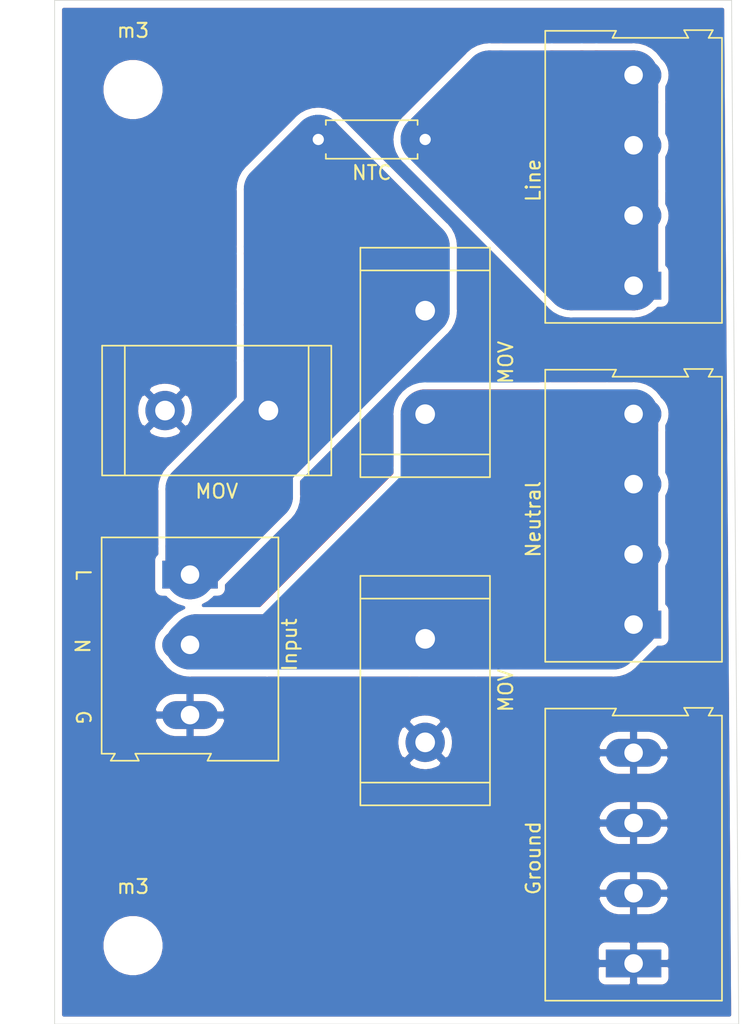
<source format=kicad_pcb>
(kicad_pcb (version 20171130) (host pcbnew "(5.1.10)-1")

  (general
    (thickness 1.6)
    (drawings 7)
    (tracks 181)
    (zones 0)
    (modules 10)
    (nets 5)
  )

  (page A4)
  (layers
    (0 F.Cu signal)
    (31 B.Cu signal)
    (32 B.Adhes user)
    (33 F.Adhes user)
    (34 B.Paste user)
    (35 F.Paste user)
    (36 B.SilkS user)
    (37 F.SilkS user)
    (38 B.Mask user)
    (39 F.Mask user)
    (40 Dwgs.User user)
    (41 Cmts.User user)
    (42 Eco1.User user)
    (43 Eco2.User user)
    (44 Edge.Cuts user)
    (45 Margin user)
    (46 B.CrtYd user)
    (47 F.CrtYd user)
    (48 B.Fab user)
    (49 F.Fab user)
  )

  (setup
    (last_trace_width 3.5)
    (user_trace_width 3.5)
    (trace_clearance 0.2)
    (zone_clearance 0.508)
    (zone_45_only no)
    (trace_min 0.2)
    (via_size 0.8)
    (via_drill 0.4)
    (via_min_size 0.4)
    (via_min_drill 0.3)
    (uvia_size 0.3)
    (uvia_drill 0.1)
    (uvias_allowed no)
    (uvia_min_size 0.2)
    (uvia_min_drill 0.1)
    (edge_width 0.05)
    (segment_width 0.2)
    (pcb_text_width 0.3)
    (pcb_text_size 1.5 1.5)
    (mod_edge_width 0.12)
    (mod_text_size 1 1)
    (mod_text_width 0.15)
    (pad_size 1.524 1.524)
    (pad_drill 0.762)
    (pad_to_mask_clearance 0)
    (aux_axis_origin 0 0)
    (visible_elements FFFFFF7F)
    (pcbplotparams
      (layerselection 0x01030_ffffffff)
      (usegerberextensions false)
      (usegerberattributes true)
      (usegerberadvancedattributes true)
      (creategerberjobfile true)
      (excludeedgelayer true)
      (linewidth 0.100000)
      (plotframeref false)
      (viasonmask false)
      (mode 1)
      (useauxorigin false)
      (hpglpennumber 1)
      (hpglpenspeed 20)
      (hpglpendiameter 15.000000)
      (psnegative false)
      (psa4output false)
      (plotreference true)
      (plotvalue true)
      (plotinvisibletext false)
      (padsonsilk false)
      (subtractmaskfromsilk false)
      (outputformat 1)
      (mirror false)
      (drillshape 0)
      (scaleselection 1)
      (outputdirectory "../../Circuit Protector Gerber/"))
  )

  (net 0 "")
  (net 1 "Net-(Ground1-Pad1)")
  (net 2 "Net-(Input1-Pad1)")
  (net 3 "Net-(Input1-Pad2)")
  (net 4 "Net-(Line1-Pad1)")

  (net_class Default "This is the default net class."
    (clearance 0.2)
    (trace_width 0.25)
    (via_dia 0.8)
    (via_drill 0.4)
    (uvia_dia 0.3)
    (uvia_drill 0.1)
    (add_net "Net-(Ground1-Pad1)")
    (add_net "Net-(Input1-Pad1)")
    (add_net "Net-(Input1-Pad2)")
    (add_net "Net-(Line1-Pad1)")
  )

  (module MountingHole:MountingHole_3.2mm_M3 (layer F.Cu) (tedit 56D1B4CB) (tstamp 6153A7D7)
    (at 168.148 76.2)
    (descr "Mounting Hole 3.2mm, no annular, M3")
    (tags "mounting hole 3.2mm no annular m3")
    (attr virtual)
    (fp_text reference m3 (at 0 -4.2) (layer F.SilkS)
      (effects (font (size 1 1) (thickness 0.15)))
    )
    (fp_text value MountingHole_3.2mm_M3 (at 0 4.2) (layer F.Fab)
      (effects (font (size 1 1) (thickness 0.15)))
    )
    (fp_circle (center 0 0) (end 3.45 0) (layer F.CrtYd) (width 0.05))
    (fp_circle (center 0 0) (end 3.2 0) (layer Cmts.User) (width 0.15))
    (fp_text user %R (at 0.3 0) (layer F.Fab)
      (effects (font (size 1 1) (thickness 0.15)))
    )
    (pad 1 np_thru_hole circle (at 0 0) (size 3.2 3.2) (drill 3.2) (layers *.Cu *.Mask))
  )

  (module MountingHole:MountingHole_3.2mm_M3 (layer F.Cu) (tedit 56D1B4CB) (tstamp 6153A7C8)
    (at 168.148 137.16)
    (descr "Mounting Hole 3.2mm, no annular, M3")
    (tags "mounting hole 3.2mm no annular m3")
    (attr virtual)
    (fp_text reference m3 (at 0 -4.2) (layer F.SilkS)
      (effects (font (size 1 1) (thickness 0.15)))
    )
    (fp_text value MountingHole_3.2mm_M3 (at 0 4.2) (layer F.Fab)
      (effects (font (size 1 1) (thickness 0.15)))
    )
    (fp_text user %R (at 0.3 0) (layer F.Fab)
      (effects (font (size 1 1) (thickness 0.15)))
    )
    (fp_circle (center 0 0) (end 3.2 0) (layer Cmts.User) (width 0.15))
    (fp_circle (center 0 0) (end 3.45 0) (layer F.CrtYd) (width 0.05))
    (pad 1 np_thru_hole circle (at 0 0) (size 3.2 3.2) (drill 3.2) (layers *.Cu *.Mask))
  )

  (module TerminalBlock:TerminalBlock_Altech_AK300-4_P5.00mm (layer F.Cu) (tedit 59FF0306) (tstamp 61538747)
    (at 203.835 138.43 90)
    (descr "Altech AK300 terminal block, pitch 5.0mm, 45 degree angled, see http://www.mouser.com/ds/2/16/PCBMETRC-24178.pdf")
    (tags "Altech AK300 terminal block pitch 5.0mm")
    (path /615E4F7D)
    (fp_text reference Ground (at 7.5 -7.15 90) (layer F.SilkS)
      (effects (font (size 1 1) (thickness 0.15)))
    )
    (fp_text value Conn_01x04_Male (at 7.45 7.45 90) (layer F.Fab)
      (effects (font (size 1 1) (thickness 0.15)))
    )
    (fp_line (start 18.35 6.47) (end -2.83 6.47) (layer F.CrtYd) (width 0.05))
    (fp_line (start 18.35 6.47) (end 18.35 -6.47) (layer F.CrtYd) (width 0.05))
    (fp_line (start -2.83 -6.47) (end -2.83 6.47) (layer F.CrtYd) (width 0.05))
    (fp_line (start -2.83 -6.47) (end 18.35 -6.47) (layer F.CrtYd) (width 0.05))
    (fp_line (start 3.34 -0.25) (end 6.64 -0.25) (layer F.Fab) (width 0.1))
    (fp_line (start 2.96 -0.25) (end 3.34 -0.25) (layer F.Fab) (width 0.1))
    (fp_line (start 7.02 -0.25) (end 6.64 -0.25) (layer F.Fab) (width 0.1))
    (fp_line (start 1.64 -0.25) (end -1.67 -0.25) (layer F.Fab) (width 0.1))
    (fp_line (start 2.02 -0.25) (end 1.64 -0.25) (layer F.Fab) (width 0.1))
    (fp_line (start -2.05 -0.25) (end -1.67 -0.25) (layer F.Fab) (width 0.1))
    (fp_line (start -1.51 -4.32) (end 1.53 -4.95) (layer F.Fab) (width 0.1))
    (fp_line (start -1.64 -4.45) (end 1.41 -5.08) (layer F.Fab) (width 0.1))
    (fp_line (start 3.49 -4.32) (end 6.54 -4.95) (layer F.Fab) (width 0.1))
    (fp_line (start 3.36 -4.45) (end 6.41 -5.08) (layer F.Fab) (width 0.1))
    (fp_line (start 2.02 -5.97) (end -2.05 -5.97) (layer F.Fab) (width 0.1))
    (fp_line (start -2.05 -3.43) (end -2.05 -5.97) (layer F.Fab) (width 0.1))
    (fp_line (start 2.02 -3.43) (end -2.05 -3.43) (layer F.Fab) (width 0.1))
    (fp_line (start 2.02 -3.43) (end 2.02 -5.97) (layer F.Fab) (width 0.1))
    (fp_line (start 7.02 -3.43) (end 2.96 -3.43) (layer F.Fab) (width 0.1))
    (fp_line (start 7.02 -5.97) (end 7.02 -3.43) (layer F.Fab) (width 0.1))
    (fp_line (start 2.96 -5.97) (end 7.02 -5.97) (layer F.Fab) (width 0.1))
    (fp_line (start 2.96 -3.43) (end 2.96 -5.97) (layer F.Fab) (width 0.1))
    (fp_line (start -2.58 -3.17) (end -2.58 -6.22) (layer F.Fab) (width 0.1))
    (fp_line (start -2.58 -0.64) (end -2.58 -3.17) (layer F.Fab) (width 0.1))
    (fp_line (start -2.58 6.22) (end -2.58 -0.64) (layer F.Fab) (width 0.1))
    (fp_line (start 6.64 0.51) (end 6.26 0.51) (layer F.Fab) (width 0.1))
    (fp_line (start 3.34 0.51) (end 3.72 0.51) (layer F.Fab) (width 0.1))
    (fp_line (start 1.64 0.51) (end 1.26 0.51) (layer F.Fab) (width 0.1))
    (fp_line (start -1.67 0.51) (end -1.28 0.51) (layer F.Fab) (width 0.1))
    (fp_line (start -1.67 3.68) (end -1.67 0.51) (layer F.Fab) (width 0.1))
    (fp_line (start 1.64 3.68) (end -1.67 3.68) (layer F.Fab) (width 0.1))
    (fp_line (start 1.64 3.68) (end 1.64 0.51) (layer F.Fab) (width 0.1))
    (fp_line (start 3.34 3.68) (end 3.34 0.51) (layer F.Fab) (width 0.1))
    (fp_line (start 6.64 3.68) (end 3.34 3.68) (layer F.Fab) (width 0.1))
    (fp_line (start 6.64 3.68) (end 6.64 0.51) (layer F.Fab) (width 0.1))
    (fp_line (start -2.05 4.32) (end -2.05 6.22) (layer F.Fab) (width 0.1))
    (fp_line (start 2.02 4.32) (end 2.02 -0.25) (layer F.Fab) (width 0.1))
    (fp_line (start 2.02 4.32) (end -2.05 4.32) (layer F.Fab) (width 0.1))
    (fp_line (start 7.02 4.32) (end 7.02 6.22) (layer F.Fab) (width 0.1))
    (fp_line (start 2.96 4.32) (end 2.96 -0.25) (layer F.Fab) (width 0.1))
    (fp_line (start 2.96 4.32) (end 7.02 4.32) (layer F.Fab) (width 0.1))
    (fp_line (start -2.05 6.22) (end 2.02 6.22) (layer F.Fab) (width 0.1))
    (fp_line (start -2.58 6.22) (end -2.05 6.22) (layer F.Fab) (width 0.1))
    (fp_line (start -2.05 -0.25) (end -2.05 4.32) (layer F.Fab) (width 0.1))
    (fp_line (start 2.02 6.22) (end 2.96 6.22) (layer F.Fab) (width 0.1))
    (fp_line (start 2.02 6.22) (end 2.02 4.32) (layer F.Fab) (width 0.1))
    (fp_line (start 2.96 6.22) (end 7.02 6.22) (layer F.Fab) (width 0.1))
    (fp_line (start 7.02 -0.25) (end 7.02 4.32) (layer F.Fab) (width 0.1))
    (fp_line (start 2.96 6.22) (end 2.96 4.32) (layer F.Fab) (width 0.1))
    (fp_line (start 12.95 4.06) (end 12.95 5.21) (layer F.Fab) (width 0.1))
    (fp_line (start 12.95 5.21) (end 12.95 6.22) (layer F.Fab) (width 0.1))
    (fp_line (start 3.72 2.54) (end 3.72 -0.25) (layer F.Fab) (width 0.1))
    (fp_line (start 3.72 -0.25) (end 6.26 -0.25) (layer F.Fab) (width 0.1))
    (fp_line (start 6.26 2.54) (end 6.26 -0.25) (layer F.Fab) (width 0.1))
    (fp_line (start 3.72 2.54) (end 6.26 2.54) (layer F.Fab) (width 0.1))
    (fp_line (start -1.28 2.54) (end -1.28 -0.25) (layer F.Fab) (width 0.1))
    (fp_line (start -1.28 -0.25) (end 1.26 -0.25) (layer F.Fab) (width 0.1))
    (fp_line (start 1.26 2.54) (end 1.26 -0.25) (layer F.Fab) (width 0.1))
    (fp_line (start -1.28 2.54) (end 1.26 2.54) (layer F.Fab) (width 0.1))
    (fp_line (start 13.73 2.54) (end 16.27 2.54) (layer F.Fab) (width 0.1))
    (fp_line (start 16.27 2.54) (end 16.27 -0.25) (layer F.Fab) (width 0.1))
    (fp_line (start 13.73 -0.25) (end 16.27 -0.25) (layer F.Fab) (width 0.1))
    (fp_line (start 13.73 2.54) (end 13.73 -0.25) (layer F.Fab) (width 0.1))
    (fp_line (start 17.59 -6.22) (end 17.59 -3.17) (layer F.Fab) (width 0.1))
    (fp_line (start 17.59 -6.22) (end 18.1 -6.22) (layer F.Fab) (width 0.1))
    (fp_line (start 18.1 -6.22) (end 18.1 -1.4) (layer F.Fab) (width 0.1))
    (fp_line (start 18.1 -1.4) (end 17.59 -1.65) (layer F.Fab) (width 0.1))
    (fp_line (start 18.1 5.46) (end 17.59 5.21) (layer F.Fab) (width 0.1))
    (fp_line (start 17.59 5.21) (end 17.59 6.22) (layer F.Fab) (width 0.1))
    (fp_line (start 18.1 3.81) (end 17.59 4.06) (layer F.Fab) (width 0.1))
    (fp_line (start 17.59 4.06) (end 17.59 5.21) (layer F.Fab) (width 0.1))
    (fp_line (start 18.1 3.81) (end 18.1 5.46) (layer F.Fab) (width 0.1))
    (fp_line (start 12.97 6.22) (end 12.97 4.32) (layer F.Fab) (width 0.1))
    (fp_line (start 17.03 -0.25) (end 17.03 4.32) (layer F.Fab) (width 0.1))
    (fp_line (start 17.03 6.22) (end 17.59 6.22) (layer F.Fab) (width 0.1))
    (fp_line (start 12.97 4.32) (end 17.03 4.32) (layer F.Fab) (width 0.1))
    (fp_line (start 17.03 4.32) (end 17.03 6.22) (layer F.Fab) (width 0.1))
    (fp_line (start 16.65 3.68) (end 16.65 0.51) (layer F.Fab) (width 0.1))
    (fp_line (start 16.65 3.68) (end 13.35 3.68) (layer F.Fab) (width 0.1))
    (fp_line (start 13.35 3.68) (end 13.35 0.51) (layer F.Fab) (width 0.1))
    (fp_line (start 13.35 0.51) (end 13.73 0.51) (layer F.Fab) (width 0.1))
    (fp_line (start 16.65 0.51) (end 16.27 0.51) (layer F.Fab) (width 0.1))
    (fp_line (start 17.59 -1.65) (end 17.59 -0.64) (layer F.Fab) (width 0.1))
    (fp_line (start 17.59 -0.64) (end 17.59 4.06) (layer F.Fab) (width 0.1))
    (fp_line (start 17.59 -3.17) (end 17.59 -1.65) (layer F.Fab) (width 0.1))
    (fp_line (start 12.97 -3.43) (end 12.97 -5.97) (layer F.Fab) (width 0.1))
    (fp_line (start 12.97 -5.97) (end 17.03 -5.97) (layer F.Fab) (width 0.1))
    (fp_line (start 17.03 -5.97) (end 17.03 -3.43) (layer F.Fab) (width 0.1))
    (fp_line (start 17.03 -3.43) (end 12.97 -3.43) (layer F.Fab) (width 0.1))
    (fp_line (start 13.37 -4.45) (end 16.42 -5.08) (layer F.Fab) (width 0.1))
    (fp_line (start 13.5 -4.32) (end 16.55 -4.95) (layer F.Fab) (width 0.1))
    (fp_line (start 17.03 -0.25) (end 16.65 -0.25) (layer F.Fab) (width 0.1))
    (fp_line (start 12.97 -0.25) (end 13.35 -0.25) (layer F.Fab) (width 0.1))
    (fp_line (start 13.35 -0.25) (end 16.65 -0.25) (layer F.Fab) (width 0.1))
    (fp_line (start 12.95 4) (end 12.95 -0.25) (layer F.Fab) (width 0.1))
    (fp_line (start 12.66 -0.64) (end -2.52 -0.64) (layer F.Fab) (width 0.1))
    (fp_line (start 17.74 -6.22) (end -2.58 -6.22) (layer F.Fab) (width 0.1))
    (fp_line (start 17.59 -3.05) (end -2.58 -3.05) (layer F.Fab) (width 0.1))
    (fp_line (start 13.17 6.22) (end 7.07 6.22) (layer F.Fab) (width 0.1))
    (fp_line (start 16.95 6.22) (end 13.02 6.22) (layer F.Fab) (width 0.1))
    (fp_line (start 7.99 -0.25) (end 12.05 -0.25) (layer F.Fab) (width 0.1))
    (fp_line (start 7.99 6.22) (end 7.99 -0.25) (layer F.Fab) (width 0.1))
    (fp_line (start 12.51 -0.64) (end 17.59 -0.64) (layer F.Fab) (width 0.1))
    (fp_line (start 11.67 0.51) (end 11.29 0.51) (layer F.Fab) (width 0.1))
    (fp_line (start 11.67 3.68) (end 11.67 0.51) (layer F.Fab) (width 0.1))
    (fp_line (start 8.37 3.68) (end 11.67 3.68) (layer F.Fab) (width 0.1))
    (fp_line (start 8.37 0.51) (end 8.37 3.68) (layer F.Fab) (width 0.1))
    (fp_line (start 8.37 0.51) (end 8.75 0.51) (layer F.Fab) (width 0.1))
    (fp_line (start 12.05 6.22) (end 12.05 -0.25) (layer F.Fab) (width 0.1))
    (fp_line (start 7.99 4.32) (end 12.05 4.32) (layer F.Fab) (width 0.1))
    (fp_line (start 8.47 -4.32) (end 11.52 -4.95) (layer F.Fab) (width 0.1))
    (fp_line (start 8.34 -4.45) (end 11.39 -5.08) (layer F.Fab) (width 0.1))
    (fp_line (start 12 -3.43) (end 7.94 -3.43) (layer F.Fab) (width 0.1))
    (fp_line (start 12 -5.97) (end 12 -3.43) (layer F.Fab) (width 0.1))
    (fp_line (start 7.94 -5.97) (end 12 -5.97) (layer F.Fab) (width 0.1))
    (fp_line (start 7.94 -3.43) (end 7.94 -5.97) (layer F.Fab) (width 0.1))
    (fp_line (start 11.29 2.54) (end 11.29 -0.25) (layer F.Fab) (width 0.1))
    (fp_line (start 8.75 2.54) (end 11.29 2.54) (layer F.Fab) (width 0.1))
    (fp_line (start 8.75 -0.25) (end 8.75 2.54) (layer F.Fab) (width 0.1))
    (fp_line (start -2.65 6.3) (end -2.65 -6.3) (layer F.SilkS) (width 0.12))
    (fp_line (start 17.65 6.3) (end -2.65 6.3) (layer F.SilkS) (width 0.12))
    (fp_line (start 17.65 5.35) (end 17.65 6.3) (layer F.SilkS) (width 0.12))
    (fp_line (start 18.2 5.65) (end 17.65 5.35) (layer F.SilkS) (width 0.12))
    (fp_line (start 18.2 3.6) (end 18.2 5.65) (layer F.SilkS) (width 0.12))
    (fp_line (start 17.65 3.9) (end 18.2 3.6) (layer F.SilkS) (width 0.12))
    (fp_line (start 17.65 -1.5) (end 17.65 3.9) (layer F.SilkS) (width 0.12))
    (fp_line (start 18.15 -1.25) (end 17.65 -1.5) (layer F.SilkS) (width 0.12))
    (fp_line (start 18.15 -6.3) (end 18.15 -1.25) (layer F.SilkS) (width 0.12))
    (fp_line (start -2.65 -6.3) (end 18.15 -6.3) (layer F.SilkS) (width 0.12))
    (fp_text user %R (at 7.5 -2 90) (layer F.Fab)
      (effects (font (size 1 1) (thickness 0.15)))
    )
    (fp_arc (start 10.99 -4.59) (end 11.49 -5.05) (angle 90.5) (layer F.Fab) (width 0.1))
    (fp_arc (start 10.02 -6.07) (end 11.48 -4.12) (angle 75.5) (layer F.Fab) (width 0.1))
    (fp_arc (start 9.94 -3.71) (end 8.34 -5) (angle 100) (layer F.Fab) (width 0.1))
    (fp_arc (start 8.83 -4.65) (end 8.54 -4.13) (angle 104.2) (layer F.Fab) (width 0.1))
    (fp_arc (start 13.86 -4.65) (end 13.57 -4.13) (angle 104.2) (layer F.Fab) (width 0.1))
    (fp_arc (start 14.97 -3.71) (end 13.37 -5) (angle 100) (layer F.Fab) (width 0.1))
    (fp_arc (start 15.05 -6.07) (end 16.51 -4.12) (angle 75.5) (layer F.Fab) (width 0.1))
    (fp_arc (start 16.02 -4.59) (end 16.52 -5.05) (angle 90.5) (layer F.Fab) (width 0.1))
    (fp_arc (start 6.01 -4.59) (end 6.51 -5.05) (angle 90.5) (layer F.Fab) (width 0.1))
    (fp_arc (start 5.04 -6.07) (end 6.5 -4.12) (angle 75.5) (layer F.Fab) (width 0.1))
    (fp_arc (start 4.96 -3.71) (end 3.36 -5) (angle 100) (layer F.Fab) (width 0.1))
    (fp_arc (start 3.85 -4.65) (end 3.56 -4.13) (angle 104.2) (layer F.Fab) (width 0.1))
    (fp_arc (start 1 -4.59) (end 1.51 -5.05) (angle 90.5) (layer F.Fab) (width 0.1))
    (fp_arc (start 0.04 -6.07) (end 1.5 -4.12) (angle 75.5) (layer F.Fab) (width 0.1))
    (fp_arc (start -0.04 -3.71) (end -1.64 -5) (angle 100) (layer F.Fab) (width 0.1))
    (fp_arc (start -1.16 -4.65) (end -1.44 -4.13) (angle 104.2) (layer F.Fab) (width 0.1))
    (pad 1 thru_hole rect (at 0 0 90) (size 1.98 3.96) (drill 1.32) (layers *.Cu *.Mask)
      (net 1 "Net-(Ground1-Pad1)"))
    (pad 2 thru_hole oval (at 5 0 90) (size 1.98 3.96) (drill 1.32) (layers *.Cu *.Mask)
      (net 1 "Net-(Ground1-Pad1)"))
    (pad 4 thru_hole oval (at 15 0 90) (size 1.98 3.96) (drill 1.32) (layers *.Cu *.Mask)
      (net 1 "Net-(Ground1-Pad1)"))
    (pad 3 thru_hole oval (at 10 0 90) (size 1.98 3.96) (drill 1.32) (layers *.Cu *.Mask)
      (net 1 "Net-(Ground1-Pad1)"))
    (model ${KISYS3DMOD}/TerminalBlock.3dshapes/TerminalBlock_Altech_AK300-4_P5.00mm.wrl
      (at (xyz 0 0 0))
      (scale (xyz 1 1 1))
      (rotate (xyz 0 0 0))
    )
  )

  (module TerminalBlock:TerminalBlock_Altech_AK300-3_P5.00mm (layer F.Cu) (tedit 59FF0306) (tstamp 6153A30B)
    (at 172.212 110.744 270)
    (descr "Altech AK300 terminal block, pitch 5.0mm, 45 degree angled, see http://www.mouser.com/ds/2/16/PCBMETRC-24178.pdf")
    (tags "Altech AK300 terminal block pitch 5.0mm")
    (path /615E31EE)
    (fp_text reference Input (at 5 -7.1 90) (layer F.SilkS)
      (effects (font (size 1 1) (thickness 0.15)))
    )
    (fp_text value Conn_01x03_Male (at 4.95 7.3 90) (layer F.Fab)
      (effects (font (size 1 1) (thickness 0.15)))
    )
    (fp_line (start 13.42 6.46) (end -2.83 6.46) (layer F.CrtYd) (width 0.05))
    (fp_line (start 13.42 6.46) (end 13.42 -6.48) (layer F.CrtYd) (width 0.05))
    (fp_line (start -2.83 -6.48) (end -2.83 6.46) (layer F.CrtYd) (width 0.05))
    (fp_line (start -2.83 -6.48) (end 13.42 -6.48) (layer F.CrtYd) (width 0.05))
    (fp_line (start 3.34 -0.26) (end 6.64 -0.26) (layer F.Fab) (width 0.1))
    (fp_line (start 2.96 -0.26) (end 3.34 -0.26) (layer F.Fab) (width 0.1))
    (fp_line (start 7.02 -0.26) (end 6.64 -0.26) (layer F.Fab) (width 0.1))
    (fp_line (start 1.64 -0.26) (end -1.67 -0.26) (layer F.Fab) (width 0.1))
    (fp_line (start 2.02 -0.26) (end 1.64 -0.26) (layer F.Fab) (width 0.1))
    (fp_line (start -2.05 -0.26) (end -1.67 -0.26) (layer F.Fab) (width 0.1))
    (fp_line (start -1.51 -4.33) (end 1.53 -4.96) (layer F.Fab) (width 0.1))
    (fp_line (start -1.64 -4.46) (end 1.41 -5.09) (layer F.Fab) (width 0.1))
    (fp_line (start 3.49 -4.33) (end 6.54 -4.96) (layer F.Fab) (width 0.1))
    (fp_line (start 3.36 -4.46) (end 6.41 -5.09) (layer F.Fab) (width 0.1))
    (fp_line (start 2.02 -5.98) (end -2.05 -5.98) (layer F.Fab) (width 0.1))
    (fp_line (start -2.05 -3.44) (end -2.05 -5.98) (layer F.Fab) (width 0.1))
    (fp_line (start 2.02 -3.44) (end -2.05 -3.44) (layer F.Fab) (width 0.1))
    (fp_line (start 2.02 -3.44) (end 2.02 -5.98) (layer F.Fab) (width 0.1))
    (fp_line (start 7.02 -3.44) (end 2.96 -3.44) (layer F.Fab) (width 0.1))
    (fp_line (start 7.02 -5.98) (end 7.02 -3.44) (layer F.Fab) (width 0.1))
    (fp_line (start 2.96 -5.98) (end 7.02 -5.98) (layer F.Fab) (width 0.1))
    (fp_line (start 2.96 -3.44) (end 2.96 -5.98) (layer F.Fab) (width 0.1))
    (fp_line (start -2.58 -3.19) (end -2.58 -6.23) (layer F.Fab) (width 0.1))
    (fp_line (start -2.58 -3.19) (end 7.58 -3.19) (layer F.Fab) (width 0.1))
    (fp_line (start -2.58 -0.65) (end -2.58 -3.19) (layer F.Fab) (width 0.1))
    (fp_line (start -2.58 6.21) (end -2.58 -0.65) (layer F.Fab) (width 0.1))
    (fp_line (start 6.64 0.5) (end 6.26 0.5) (layer F.Fab) (width 0.1))
    (fp_line (start 3.34 0.5) (end 3.72 0.5) (layer F.Fab) (width 0.1))
    (fp_line (start 1.64 0.5) (end 1.26 0.5) (layer F.Fab) (width 0.1))
    (fp_line (start -1.67 0.5) (end -1.28 0.5) (layer F.Fab) (width 0.1))
    (fp_line (start -1.67 3.67) (end -1.67 0.5) (layer F.Fab) (width 0.1))
    (fp_line (start 1.64 3.67) (end -1.67 3.67) (layer F.Fab) (width 0.1))
    (fp_line (start 1.64 3.67) (end 1.64 0.5) (layer F.Fab) (width 0.1))
    (fp_line (start 3.34 3.67) (end 3.34 0.5) (layer F.Fab) (width 0.1))
    (fp_line (start 6.64 3.67) (end 3.34 3.67) (layer F.Fab) (width 0.1))
    (fp_line (start 6.64 3.67) (end 6.64 0.5) (layer F.Fab) (width 0.1))
    (fp_line (start -2.05 4.31) (end -2.05 6.21) (layer F.Fab) (width 0.1))
    (fp_line (start 2.02 4.31) (end 2.02 -0.26) (layer F.Fab) (width 0.1))
    (fp_line (start 2.02 4.31) (end -2.05 4.31) (layer F.Fab) (width 0.1))
    (fp_line (start 7.02 4.31) (end 7.02 6.21) (layer F.Fab) (width 0.1))
    (fp_line (start 2.96 4.31) (end 2.96 -0.26) (layer F.Fab) (width 0.1))
    (fp_line (start 2.96 4.31) (end 7.02 4.31) (layer F.Fab) (width 0.1))
    (fp_line (start -2.05 6.21) (end 2.02 6.21) (layer F.Fab) (width 0.1))
    (fp_line (start -2.58 6.21) (end -2.05 6.21) (layer F.Fab) (width 0.1))
    (fp_line (start -2.05 -0.26) (end -2.05 4.31) (layer F.Fab) (width 0.1))
    (fp_line (start 2.02 6.21) (end 2.96 6.21) (layer F.Fab) (width 0.1))
    (fp_line (start 2.02 6.21) (end 2.02 4.31) (layer F.Fab) (width 0.1))
    (fp_line (start 7.02 6.21) (end 7.58 6.21) (layer F.Fab) (width 0.1))
    (fp_line (start 2.96 6.21) (end 7.02 6.21) (layer F.Fab) (width 0.1))
    (fp_line (start 7.02 -0.26) (end 7.02 4.31) (layer F.Fab) (width 0.1))
    (fp_line (start 2.96 6.21) (end 2.96 4.31) (layer F.Fab) (width 0.1))
    (fp_line (start 8.02 4.05) (end 8.02 5.2) (layer F.Fab) (width 0.1))
    (fp_line (start 8.02 5.2) (end 8.02 6.21) (layer F.Fab) (width 0.1))
    (fp_line (start 3.72 2.53) (end 3.72 -0.26) (layer F.Fab) (width 0.1))
    (fp_line (start 3.72 -0.26) (end 6.26 -0.26) (layer F.Fab) (width 0.1))
    (fp_line (start 6.26 2.53) (end 6.26 -0.26) (layer F.Fab) (width 0.1))
    (fp_line (start 3.72 2.53) (end 6.26 2.53) (layer F.Fab) (width 0.1))
    (fp_line (start -1.28 2.53) (end -1.28 -0.26) (layer F.Fab) (width 0.1))
    (fp_line (start -1.28 -0.26) (end 1.26 -0.26) (layer F.Fab) (width 0.1))
    (fp_line (start 1.26 2.53) (end 1.26 -0.26) (layer F.Fab) (width 0.1))
    (fp_line (start -1.28 2.53) (end 1.26 2.53) (layer F.Fab) (width 0.1))
    (fp_line (start 8.8 2.53) (end 11.34 2.53) (layer F.Fab) (width 0.1))
    (fp_line (start 11.34 2.53) (end 11.34 -0.26) (layer F.Fab) (width 0.1))
    (fp_line (start 8.8 -0.26) (end 11.34 -0.26) (layer F.Fab) (width 0.1))
    (fp_line (start 8.8 2.53) (end 8.8 -0.26) (layer F.Fab) (width 0.1))
    (fp_line (start 12.66 -6.23) (end 12.66 -3.19) (layer F.Fab) (width 0.1))
    (fp_line (start 12.66 -6.23) (end 13.17 -6.23) (layer F.Fab) (width 0.1))
    (fp_line (start 13.17 -6.23) (end 13.17 -1.41) (layer F.Fab) (width 0.1))
    (fp_line (start 13.17 -1.41) (end 12.66 -1.66) (layer F.Fab) (width 0.1))
    (fp_line (start 13.17 5.45) (end 12.66 5.2) (layer F.Fab) (width 0.1))
    (fp_line (start 12.66 5.2) (end 12.66 6.21) (layer F.Fab) (width 0.1))
    (fp_line (start 13.17 3.8) (end 12.66 4.05) (layer F.Fab) (width 0.1))
    (fp_line (start 12.66 4.05) (end 12.66 5.2) (layer F.Fab) (width 0.1))
    (fp_line (start 13.17 3.8) (end 13.17 5.45) (layer F.Fab) (width 0.1))
    (fp_line (start 8.04 6.21) (end 8.04 4.31) (layer F.Fab) (width 0.1))
    (fp_line (start 12.1 -0.26) (end 12.1 4.31) (layer F.Fab) (width 0.1))
    (fp_line (start 12.1 6.21) (end 12.66 6.21) (layer F.Fab) (width 0.1))
    (fp_line (start 8.04 4.31) (end 12.1 4.31) (layer F.Fab) (width 0.1))
    (fp_line (start 12.1 4.31) (end 12.1 6.21) (layer F.Fab) (width 0.1))
    (fp_line (start 11.72 3.67) (end 11.72 0.5) (layer F.Fab) (width 0.1))
    (fp_line (start 11.72 3.67) (end 8.42 3.67) (layer F.Fab) (width 0.1))
    (fp_line (start 8.42 3.67) (end 8.42 0.5) (layer F.Fab) (width 0.1))
    (fp_line (start 8.42 0.5) (end 8.8 0.5) (layer F.Fab) (width 0.1))
    (fp_line (start 11.72 0.5) (end 11.34 0.5) (layer F.Fab) (width 0.1))
    (fp_line (start 12.66 -1.66) (end 12.66 -0.65) (layer F.Fab) (width 0.1))
    (fp_line (start 12.66 -0.65) (end 12.66 4.05) (layer F.Fab) (width 0.1))
    (fp_line (start 12.66 -3.19) (end 12.66 -1.66) (layer F.Fab) (width 0.1))
    (fp_line (start 8.04 -3.44) (end 8.04 -5.98) (layer F.Fab) (width 0.1))
    (fp_line (start 8.04 -5.98) (end 12.1 -5.98) (layer F.Fab) (width 0.1))
    (fp_line (start 12.1 -5.98) (end 12.1 -3.44) (layer F.Fab) (width 0.1))
    (fp_line (start 12.1 -3.44) (end 8.04 -3.44) (layer F.Fab) (width 0.1))
    (fp_line (start 8.44 -4.46) (end 11.49 -5.09) (layer F.Fab) (width 0.1))
    (fp_line (start 8.57 -4.33) (end 11.62 -4.96) (layer F.Fab) (width 0.1))
    (fp_line (start 12.1 -0.26) (end 11.72 -0.26) (layer F.Fab) (width 0.1))
    (fp_line (start 8.04 -0.26) (end 8.42 -0.26) (layer F.Fab) (width 0.1))
    (fp_line (start 8.42 -0.26) (end 11.72 -0.26) (layer F.Fab) (width 0.1))
    (fp_line (start -2.58 -6.23) (end 12.66 -6.23) (layer F.Fab) (width 0.1))
    (fp_line (start 7.58 -3.19) (end 12.6 -3.19) (layer F.Fab) (width 0.1))
    (fp_line (start 12.09 6.21) (end 7.58 6.21) (layer F.Fab) (width 0.1))
    (fp_line (start 8.02 3.99) (end 8.02 -0.26) (layer F.Fab) (width 0.1))
    (fp_line (start 12.66 -0.65) (end -2.52 -0.65) (layer F.Fab) (width 0.1))
    (fp_line (start 13.25 -6.3) (end -2.65 -6.3) (layer F.SilkS) (width 0.12))
    (fp_line (start 13.25 -1.25) (end 13.25 -6.3) (layer F.SilkS) (width 0.12))
    (fp_line (start 12.75 -1.5) (end 13.25 -1.25) (layer F.SilkS) (width 0.12))
    (fp_line (start 12.75 3.9) (end 12.75 -1.5) (layer F.SilkS) (width 0.12))
    (fp_line (start 13.25 3.65) (end 12.75 3.9) (layer F.SilkS) (width 0.12))
    (fp_line (start 13.25 5.65) (end 13.25 3.65) (layer F.SilkS) (width 0.12))
    (fp_line (start 12.75 5.35) (end 13.25 5.65) (layer F.SilkS) (width 0.12))
    (fp_line (start 12.75 6.3) (end 12.75 5.35) (layer F.SilkS) (width 0.12))
    (fp_line (start -2.65 6.3) (end 12.75 6.3) (layer F.SilkS) (width 0.12))
    (fp_line (start -2.65 -6.3) (end -2.65 6.3) (layer F.SilkS) (width 0.12))
    (fp_text user %R (at 5 -2 90) (layer F.Fab)
      (effects (font (size 1 1) (thickness 0.15)))
    )
    (fp_arc (start 8.93 -4.66) (end 8.64 -4.14) (angle 104.2) (layer F.Fab) (width 0.1))
    (fp_arc (start 10.04 -3.72) (end 8.44 -5.01) (angle 100) (layer F.Fab) (width 0.1))
    (fp_arc (start 10.12 -6.08) (end 11.58 -4.13) (angle 75.5) (layer F.Fab) (width 0.1))
    (fp_arc (start 11.09 -4.6) (end 11.59 -5.06) (angle 90.5) (layer F.Fab) (width 0.1))
    (fp_arc (start 6.01 -4.6) (end 6.51 -5.06) (angle 90.5) (layer F.Fab) (width 0.1))
    (fp_arc (start 5.04 -6.08) (end 6.5 -4.13) (angle 75.5) (layer F.Fab) (width 0.1))
    (fp_arc (start 4.96 -3.72) (end 3.36 -5.01) (angle 100) (layer F.Fab) (width 0.1))
    (fp_arc (start 3.85 -4.66) (end 3.56 -4.14) (angle 104.2) (layer F.Fab) (width 0.1))
    (fp_arc (start 1 -4.6) (end 1.51 -5.06) (angle 90.5) (layer F.Fab) (width 0.1))
    (fp_arc (start 0.04 -6.08) (end 1.5 -4.13) (angle 75.5) (layer F.Fab) (width 0.1))
    (fp_arc (start -0.04 -3.72) (end -1.64 -5.01) (angle 100) (layer F.Fab) (width 0.1))
    (fp_arc (start -1.16 -4.66) (end -1.44 -4.14) (angle 104.2) (layer F.Fab) (width 0.1))
    (pad 1 thru_hole rect (at 0 0 270) (size 1.98 3.96) (drill 1.32) (layers *.Cu *.Mask)
      (net 2 "Net-(Input1-Pad1)"))
    (pad 2 thru_hole oval (at 5 0 270) (size 1.98 3.96) (drill 1.32) (layers *.Cu *.Mask)
      (net 3 "Net-(Input1-Pad2)"))
    (pad 3 thru_hole oval (at 10 0 270) (size 1.98 3.96) (drill 1.32) (layers *.Cu *.Mask)
      (net 1 "Net-(Ground1-Pad1)"))
    (model ${KISYS3DMOD}/TerminalBlock.3dshapes/TerminalBlock_Altech_AK300-3_P5.00mm.wrl
      (at (xyz 0 0 0))
      (scale (xyz 1 1 1))
      (rotate (xyz 0 0 0))
    )
  )

  (module TerminalBlock:TerminalBlock_Altech_AK300-4_P5.00mm (layer F.Cu) (tedit 59FF0306) (tstamp 61538864)
    (at 203.835 90.17 90)
    (descr "Altech AK300 terminal block, pitch 5.0mm, 45 degree angled, see http://www.mouser.com/ds/2/16/PCBMETRC-24178.pdf")
    (tags "Altech AK300 terminal block pitch 5.0mm")
    (path /615E26CA)
    (fp_text reference Line (at 7.5 -7.15 90) (layer F.SilkS)
      (effects (font (size 1 1) (thickness 0.15)))
    )
    (fp_text value Conn_01x04_Male (at 7.45 7.45 90) (layer F.Fab)
      (effects (font (size 1 1) (thickness 0.15)))
    )
    (fp_line (start 18.35 6.47) (end -2.83 6.47) (layer F.CrtYd) (width 0.05))
    (fp_line (start 18.35 6.47) (end 18.35 -6.47) (layer F.CrtYd) (width 0.05))
    (fp_line (start -2.83 -6.47) (end -2.83 6.47) (layer F.CrtYd) (width 0.05))
    (fp_line (start -2.83 -6.47) (end 18.35 -6.47) (layer F.CrtYd) (width 0.05))
    (fp_line (start 3.34 -0.25) (end 6.64 -0.25) (layer F.Fab) (width 0.1))
    (fp_line (start 2.96 -0.25) (end 3.34 -0.25) (layer F.Fab) (width 0.1))
    (fp_line (start 7.02 -0.25) (end 6.64 -0.25) (layer F.Fab) (width 0.1))
    (fp_line (start 1.64 -0.25) (end -1.67 -0.25) (layer F.Fab) (width 0.1))
    (fp_line (start 2.02 -0.25) (end 1.64 -0.25) (layer F.Fab) (width 0.1))
    (fp_line (start -2.05 -0.25) (end -1.67 -0.25) (layer F.Fab) (width 0.1))
    (fp_line (start -1.51 -4.32) (end 1.53 -4.95) (layer F.Fab) (width 0.1))
    (fp_line (start -1.64 -4.45) (end 1.41 -5.08) (layer F.Fab) (width 0.1))
    (fp_line (start 3.49 -4.32) (end 6.54 -4.95) (layer F.Fab) (width 0.1))
    (fp_line (start 3.36 -4.45) (end 6.41 -5.08) (layer F.Fab) (width 0.1))
    (fp_line (start 2.02 -5.97) (end -2.05 -5.97) (layer F.Fab) (width 0.1))
    (fp_line (start -2.05 -3.43) (end -2.05 -5.97) (layer F.Fab) (width 0.1))
    (fp_line (start 2.02 -3.43) (end -2.05 -3.43) (layer F.Fab) (width 0.1))
    (fp_line (start 2.02 -3.43) (end 2.02 -5.97) (layer F.Fab) (width 0.1))
    (fp_line (start 7.02 -3.43) (end 2.96 -3.43) (layer F.Fab) (width 0.1))
    (fp_line (start 7.02 -5.97) (end 7.02 -3.43) (layer F.Fab) (width 0.1))
    (fp_line (start 2.96 -5.97) (end 7.02 -5.97) (layer F.Fab) (width 0.1))
    (fp_line (start 2.96 -3.43) (end 2.96 -5.97) (layer F.Fab) (width 0.1))
    (fp_line (start -2.58 -3.17) (end -2.58 -6.22) (layer F.Fab) (width 0.1))
    (fp_line (start -2.58 -0.64) (end -2.58 -3.17) (layer F.Fab) (width 0.1))
    (fp_line (start -2.58 6.22) (end -2.58 -0.64) (layer F.Fab) (width 0.1))
    (fp_line (start 6.64 0.51) (end 6.26 0.51) (layer F.Fab) (width 0.1))
    (fp_line (start 3.34 0.51) (end 3.72 0.51) (layer F.Fab) (width 0.1))
    (fp_line (start 1.64 0.51) (end 1.26 0.51) (layer F.Fab) (width 0.1))
    (fp_line (start -1.67 0.51) (end -1.28 0.51) (layer F.Fab) (width 0.1))
    (fp_line (start -1.67 3.68) (end -1.67 0.51) (layer F.Fab) (width 0.1))
    (fp_line (start 1.64 3.68) (end -1.67 3.68) (layer F.Fab) (width 0.1))
    (fp_line (start 1.64 3.68) (end 1.64 0.51) (layer F.Fab) (width 0.1))
    (fp_line (start 3.34 3.68) (end 3.34 0.51) (layer F.Fab) (width 0.1))
    (fp_line (start 6.64 3.68) (end 3.34 3.68) (layer F.Fab) (width 0.1))
    (fp_line (start 6.64 3.68) (end 6.64 0.51) (layer F.Fab) (width 0.1))
    (fp_line (start -2.05 4.32) (end -2.05 6.22) (layer F.Fab) (width 0.1))
    (fp_line (start 2.02 4.32) (end 2.02 -0.25) (layer F.Fab) (width 0.1))
    (fp_line (start 2.02 4.32) (end -2.05 4.32) (layer F.Fab) (width 0.1))
    (fp_line (start 7.02 4.32) (end 7.02 6.22) (layer F.Fab) (width 0.1))
    (fp_line (start 2.96 4.32) (end 2.96 -0.25) (layer F.Fab) (width 0.1))
    (fp_line (start 2.96 4.32) (end 7.02 4.32) (layer F.Fab) (width 0.1))
    (fp_line (start -2.05 6.22) (end 2.02 6.22) (layer F.Fab) (width 0.1))
    (fp_line (start -2.58 6.22) (end -2.05 6.22) (layer F.Fab) (width 0.1))
    (fp_line (start -2.05 -0.25) (end -2.05 4.32) (layer F.Fab) (width 0.1))
    (fp_line (start 2.02 6.22) (end 2.96 6.22) (layer F.Fab) (width 0.1))
    (fp_line (start 2.02 6.22) (end 2.02 4.32) (layer F.Fab) (width 0.1))
    (fp_line (start 2.96 6.22) (end 7.02 6.22) (layer F.Fab) (width 0.1))
    (fp_line (start 7.02 -0.25) (end 7.02 4.32) (layer F.Fab) (width 0.1))
    (fp_line (start 2.96 6.22) (end 2.96 4.32) (layer F.Fab) (width 0.1))
    (fp_line (start 12.95 4.06) (end 12.95 5.21) (layer F.Fab) (width 0.1))
    (fp_line (start 12.95 5.21) (end 12.95 6.22) (layer F.Fab) (width 0.1))
    (fp_line (start 3.72 2.54) (end 3.72 -0.25) (layer F.Fab) (width 0.1))
    (fp_line (start 3.72 -0.25) (end 6.26 -0.25) (layer F.Fab) (width 0.1))
    (fp_line (start 6.26 2.54) (end 6.26 -0.25) (layer F.Fab) (width 0.1))
    (fp_line (start 3.72 2.54) (end 6.26 2.54) (layer F.Fab) (width 0.1))
    (fp_line (start -1.28 2.54) (end -1.28 -0.25) (layer F.Fab) (width 0.1))
    (fp_line (start -1.28 -0.25) (end 1.26 -0.25) (layer F.Fab) (width 0.1))
    (fp_line (start 1.26 2.54) (end 1.26 -0.25) (layer F.Fab) (width 0.1))
    (fp_line (start -1.28 2.54) (end 1.26 2.54) (layer F.Fab) (width 0.1))
    (fp_line (start 13.73 2.54) (end 16.27 2.54) (layer F.Fab) (width 0.1))
    (fp_line (start 16.27 2.54) (end 16.27 -0.25) (layer F.Fab) (width 0.1))
    (fp_line (start 13.73 -0.25) (end 16.27 -0.25) (layer F.Fab) (width 0.1))
    (fp_line (start 13.73 2.54) (end 13.73 -0.25) (layer F.Fab) (width 0.1))
    (fp_line (start 17.59 -6.22) (end 17.59 -3.17) (layer F.Fab) (width 0.1))
    (fp_line (start 17.59 -6.22) (end 18.1 -6.22) (layer F.Fab) (width 0.1))
    (fp_line (start 18.1 -6.22) (end 18.1 -1.4) (layer F.Fab) (width 0.1))
    (fp_line (start 18.1 -1.4) (end 17.59 -1.65) (layer F.Fab) (width 0.1))
    (fp_line (start 18.1 5.46) (end 17.59 5.21) (layer F.Fab) (width 0.1))
    (fp_line (start 17.59 5.21) (end 17.59 6.22) (layer F.Fab) (width 0.1))
    (fp_line (start 18.1 3.81) (end 17.59 4.06) (layer F.Fab) (width 0.1))
    (fp_line (start 17.59 4.06) (end 17.59 5.21) (layer F.Fab) (width 0.1))
    (fp_line (start 18.1 3.81) (end 18.1 5.46) (layer F.Fab) (width 0.1))
    (fp_line (start 12.97 6.22) (end 12.97 4.32) (layer F.Fab) (width 0.1))
    (fp_line (start 17.03 -0.25) (end 17.03 4.32) (layer F.Fab) (width 0.1))
    (fp_line (start 17.03 6.22) (end 17.59 6.22) (layer F.Fab) (width 0.1))
    (fp_line (start 12.97 4.32) (end 17.03 4.32) (layer F.Fab) (width 0.1))
    (fp_line (start 17.03 4.32) (end 17.03 6.22) (layer F.Fab) (width 0.1))
    (fp_line (start 16.65 3.68) (end 16.65 0.51) (layer F.Fab) (width 0.1))
    (fp_line (start 16.65 3.68) (end 13.35 3.68) (layer F.Fab) (width 0.1))
    (fp_line (start 13.35 3.68) (end 13.35 0.51) (layer F.Fab) (width 0.1))
    (fp_line (start 13.35 0.51) (end 13.73 0.51) (layer F.Fab) (width 0.1))
    (fp_line (start 16.65 0.51) (end 16.27 0.51) (layer F.Fab) (width 0.1))
    (fp_line (start 17.59 -1.65) (end 17.59 -0.64) (layer F.Fab) (width 0.1))
    (fp_line (start 17.59 -0.64) (end 17.59 4.06) (layer F.Fab) (width 0.1))
    (fp_line (start 17.59 -3.17) (end 17.59 -1.65) (layer F.Fab) (width 0.1))
    (fp_line (start 12.97 -3.43) (end 12.97 -5.97) (layer F.Fab) (width 0.1))
    (fp_line (start 12.97 -5.97) (end 17.03 -5.97) (layer F.Fab) (width 0.1))
    (fp_line (start 17.03 -5.97) (end 17.03 -3.43) (layer F.Fab) (width 0.1))
    (fp_line (start 17.03 -3.43) (end 12.97 -3.43) (layer F.Fab) (width 0.1))
    (fp_line (start 13.37 -4.45) (end 16.42 -5.08) (layer F.Fab) (width 0.1))
    (fp_line (start 13.5 -4.32) (end 16.55 -4.95) (layer F.Fab) (width 0.1))
    (fp_line (start 17.03 -0.25) (end 16.65 -0.25) (layer F.Fab) (width 0.1))
    (fp_line (start 12.97 -0.25) (end 13.35 -0.25) (layer F.Fab) (width 0.1))
    (fp_line (start 13.35 -0.25) (end 16.65 -0.25) (layer F.Fab) (width 0.1))
    (fp_line (start 12.95 4) (end 12.95 -0.25) (layer F.Fab) (width 0.1))
    (fp_line (start 12.66 -0.64) (end -2.52 -0.64) (layer F.Fab) (width 0.1))
    (fp_line (start 17.74 -6.22) (end -2.58 -6.22) (layer F.Fab) (width 0.1))
    (fp_line (start 17.59 -3.05) (end -2.58 -3.05) (layer F.Fab) (width 0.1))
    (fp_line (start 13.17 6.22) (end 7.07 6.22) (layer F.Fab) (width 0.1))
    (fp_line (start 16.95 6.22) (end 13.02 6.22) (layer F.Fab) (width 0.1))
    (fp_line (start 7.99 -0.25) (end 12.05 -0.25) (layer F.Fab) (width 0.1))
    (fp_line (start 7.99 6.22) (end 7.99 -0.25) (layer F.Fab) (width 0.1))
    (fp_line (start 12.51 -0.64) (end 17.59 -0.64) (layer F.Fab) (width 0.1))
    (fp_line (start 11.67 0.51) (end 11.29 0.51) (layer F.Fab) (width 0.1))
    (fp_line (start 11.67 3.68) (end 11.67 0.51) (layer F.Fab) (width 0.1))
    (fp_line (start 8.37 3.68) (end 11.67 3.68) (layer F.Fab) (width 0.1))
    (fp_line (start 8.37 0.51) (end 8.37 3.68) (layer F.Fab) (width 0.1))
    (fp_line (start 8.37 0.51) (end 8.75 0.51) (layer F.Fab) (width 0.1))
    (fp_line (start 12.05 6.22) (end 12.05 -0.25) (layer F.Fab) (width 0.1))
    (fp_line (start 7.99 4.32) (end 12.05 4.32) (layer F.Fab) (width 0.1))
    (fp_line (start 8.47 -4.32) (end 11.52 -4.95) (layer F.Fab) (width 0.1))
    (fp_line (start 8.34 -4.45) (end 11.39 -5.08) (layer F.Fab) (width 0.1))
    (fp_line (start 12 -3.43) (end 7.94 -3.43) (layer F.Fab) (width 0.1))
    (fp_line (start 12 -5.97) (end 12 -3.43) (layer F.Fab) (width 0.1))
    (fp_line (start 7.94 -5.97) (end 12 -5.97) (layer F.Fab) (width 0.1))
    (fp_line (start 7.94 -3.43) (end 7.94 -5.97) (layer F.Fab) (width 0.1))
    (fp_line (start 11.29 2.54) (end 11.29 -0.25) (layer F.Fab) (width 0.1))
    (fp_line (start 8.75 2.54) (end 11.29 2.54) (layer F.Fab) (width 0.1))
    (fp_line (start 8.75 -0.25) (end 8.75 2.54) (layer F.Fab) (width 0.1))
    (fp_line (start -2.65 6.3) (end -2.65 -6.3) (layer F.SilkS) (width 0.12))
    (fp_line (start 17.65 6.3) (end -2.65 6.3) (layer F.SilkS) (width 0.12))
    (fp_line (start 17.65 5.35) (end 17.65 6.3) (layer F.SilkS) (width 0.12))
    (fp_line (start 18.2 5.65) (end 17.65 5.35) (layer F.SilkS) (width 0.12))
    (fp_line (start 18.2 3.6) (end 18.2 5.65) (layer F.SilkS) (width 0.12))
    (fp_line (start 17.65 3.9) (end 18.2 3.6) (layer F.SilkS) (width 0.12))
    (fp_line (start 17.65 -1.5) (end 17.65 3.9) (layer F.SilkS) (width 0.12))
    (fp_line (start 18.15 -1.25) (end 17.65 -1.5) (layer F.SilkS) (width 0.12))
    (fp_line (start 18.15 -6.3) (end 18.15 -1.25) (layer F.SilkS) (width 0.12))
    (fp_line (start -2.65 -6.3) (end 18.15 -6.3) (layer F.SilkS) (width 0.12))
    (fp_text user %R (at 7.5 -2 90) (layer F.Fab)
      (effects (font (size 1 1) (thickness 0.15)))
    )
    (fp_arc (start 10.99 -4.59) (end 11.49 -5.05) (angle 90.5) (layer F.Fab) (width 0.1))
    (fp_arc (start 10.02 -6.07) (end 11.48 -4.12) (angle 75.5) (layer F.Fab) (width 0.1))
    (fp_arc (start 9.94 -3.71) (end 8.34 -5) (angle 100) (layer F.Fab) (width 0.1))
    (fp_arc (start 8.83 -4.65) (end 8.54 -4.13) (angle 104.2) (layer F.Fab) (width 0.1))
    (fp_arc (start 13.86 -4.65) (end 13.57 -4.13) (angle 104.2) (layer F.Fab) (width 0.1))
    (fp_arc (start 14.97 -3.71) (end 13.37 -5) (angle 100) (layer F.Fab) (width 0.1))
    (fp_arc (start 15.05 -6.07) (end 16.51 -4.12) (angle 75.5) (layer F.Fab) (width 0.1))
    (fp_arc (start 16.02 -4.59) (end 16.52 -5.05) (angle 90.5) (layer F.Fab) (width 0.1))
    (fp_arc (start 6.01 -4.59) (end 6.51 -5.05) (angle 90.5) (layer F.Fab) (width 0.1))
    (fp_arc (start 5.04 -6.07) (end 6.5 -4.12) (angle 75.5) (layer F.Fab) (width 0.1))
    (fp_arc (start 4.96 -3.71) (end 3.36 -5) (angle 100) (layer F.Fab) (width 0.1))
    (fp_arc (start 3.85 -4.65) (end 3.56 -4.13) (angle 104.2) (layer F.Fab) (width 0.1))
    (fp_arc (start 1 -4.59) (end 1.51 -5.05) (angle 90.5) (layer F.Fab) (width 0.1))
    (fp_arc (start 0.04 -6.07) (end 1.5 -4.12) (angle 75.5) (layer F.Fab) (width 0.1))
    (fp_arc (start -0.04 -3.71) (end -1.64 -5) (angle 100) (layer F.Fab) (width 0.1))
    (fp_arc (start -1.16 -4.65) (end -1.44 -4.13) (angle 104.2) (layer F.Fab) (width 0.1))
    (pad 1 thru_hole rect (at 0 0 90) (size 1.98 3.96) (drill 1.32) (layers *.Cu *.Mask)
      (net 4 "Net-(Line1-Pad1)"))
    (pad 2 thru_hole oval (at 5 0 90) (size 1.98 3.96) (drill 1.32) (layers *.Cu *.Mask)
      (net 4 "Net-(Line1-Pad1)"))
    (pad 4 thru_hole oval (at 15 0 90) (size 1.98 3.96) (drill 1.32) (layers *.Cu *.Mask)
      (net 4 "Net-(Line1-Pad1)"))
    (pad 3 thru_hole oval (at 10 0 90) (size 1.98 3.96) (drill 1.32) (layers *.Cu *.Mask)
      (net 4 "Net-(Line1-Pad1)"))
    (model ${KISYS3DMOD}/TerminalBlock.3dshapes/TerminalBlock_Altech_AK300-4_P5.00mm.wrl
      (at (xyz 0 0 0))
      (scale (xyz 1 1 1))
      (rotate (xyz 0 0 0))
    )
  )

  (module TerminalBlock:TerminalBlock_Altech_AK300-4_P5.00mm (layer F.Cu) (tedit 59FF0306) (tstamp 615388FE)
    (at 203.835 114.3 90)
    (descr "Altech AK300 terminal block, pitch 5.0mm, 45 degree angled, see http://www.mouser.com/ds/2/16/PCBMETRC-24178.pdf")
    (tags "Altech AK300 terminal block pitch 5.0mm")
    (path /615E2C5A)
    (fp_text reference Neutral (at 7.5 -7.15 90) (layer F.SilkS)
      (effects (font (size 1 1) (thickness 0.15)))
    )
    (fp_text value Conn_01x04_Male (at 7.45 7.45 90) (layer F.Fab)
      (effects (font (size 1 1) (thickness 0.15)))
    )
    (fp_arc (start -1.16 -4.65) (end -1.44 -4.13) (angle 104.2) (layer F.Fab) (width 0.1))
    (fp_arc (start -0.04 -3.71) (end -1.64 -5) (angle 100) (layer F.Fab) (width 0.1))
    (fp_arc (start 0.04 -6.07) (end 1.5 -4.12) (angle 75.5) (layer F.Fab) (width 0.1))
    (fp_arc (start 1 -4.59) (end 1.51 -5.05) (angle 90.5) (layer F.Fab) (width 0.1))
    (fp_arc (start 3.85 -4.65) (end 3.56 -4.13) (angle 104.2) (layer F.Fab) (width 0.1))
    (fp_arc (start 4.96 -3.71) (end 3.36 -5) (angle 100) (layer F.Fab) (width 0.1))
    (fp_arc (start 5.04 -6.07) (end 6.5 -4.12) (angle 75.5) (layer F.Fab) (width 0.1))
    (fp_arc (start 6.01 -4.59) (end 6.51 -5.05) (angle 90.5) (layer F.Fab) (width 0.1))
    (fp_arc (start 16.02 -4.59) (end 16.52 -5.05) (angle 90.5) (layer F.Fab) (width 0.1))
    (fp_arc (start 15.05 -6.07) (end 16.51 -4.12) (angle 75.5) (layer F.Fab) (width 0.1))
    (fp_arc (start 14.97 -3.71) (end 13.37 -5) (angle 100) (layer F.Fab) (width 0.1))
    (fp_arc (start 13.86 -4.65) (end 13.57 -4.13) (angle 104.2) (layer F.Fab) (width 0.1))
    (fp_arc (start 8.83 -4.65) (end 8.54 -4.13) (angle 104.2) (layer F.Fab) (width 0.1))
    (fp_arc (start 9.94 -3.71) (end 8.34 -5) (angle 100) (layer F.Fab) (width 0.1))
    (fp_arc (start 10.02 -6.07) (end 11.48 -4.12) (angle 75.5) (layer F.Fab) (width 0.1))
    (fp_arc (start 10.99 -4.59) (end 11.49 -5.05) (angle 90.5) (layer F.Fab) (width 0.1))
    (fp_text user %R (at 7.5 -2 90) (layer F.Fab)
      (effects (font (size 1 1) (thickness 0.15)))
    )
    (fp_line (start -2.65 -6.3) (end 18.15 -6.3) (layer F.SilkS) (width 0.12))
    (fp_line (start 18.15 -6.3) (end 18.15 -1.25) (layer F.SilkS) (width 0.12))
    (fp_line (start 18.15 -1.25) (end 17.65 -1.5) (layer F.SilkS) (width 0.12))
    (fp_line (start 17.65 -1.5) (end 17.65 3.9) (layer F.SilkS) (width 0.12))
    (fp_line (start 17.65 3.9) (end 18.2 3.6) (layer F.SilkS) (width 0.12))
    (fp_line (start 18.2 3.6) (end 18.2 5.65) (layer F.SilkS) (width 0.12))
    (fp_line (start 18.2 5.65) (end 17.65 5.35) (layer F.SilkS) (width 0.12))
    (fp_line (start 17.65 5.35) (end 17.65 6.3) (layer F.SilkS) (width 0.12))
    (fp_line (start 17.65 6.3) (end -2.65 6.3) (layer F.SilkS) (width 0.12))
    (fp_line (start -2.65 6.3) (end -2.65 -6.3) (layer F.SilkS) (width 0.12))
    (fp_line (start 8.75 -0.25) (end 8.75 2.54) (layer F.Fab) (width 0.1))
    (fp_line (start 8.75 2.54) (end 11.29 2.54) (layer F.Fab) (width 0.1))
    (fp_line (start 11.29 2.54) (end 11.29 -0.25) (layer F.Fab) (width 0.1))
    (fp_line (start 7.94 -3.43) (end 7.94 -5.97) (layer F.Fab) (width 0.1))
    (fp_line (start 7.94 -5.97) (end 12 -5.97) (layer F.Fab) (width 0.1))
    (fp_line (start 12 -5.97) (end 12 -3.43) (layer F.Fab) (width 0.1))
    (fp_line (start 12 -3.43) (end 7.94 -3.43) (layer F.Fab) (width 0.1))
    (fp_line (start 8.34 -4.45) (end 11.39 -5.08) (layer F.Fab) (width 0.1))
    (fp_line (start 8.47 -4.32) (end 11.52 -4.95) (layer F.Fab) (width 0.1))
    (fp_line (start 7.99 4.32) (end 12.05 4.32) (layer F.Fab) (width 0.1))
    (fp_line (start 12.05 6.22) (end 12.05 -0.25) (layer F.Fab) (width 0.1))
    (fp_line (start 8.37 0.51) (end 8.75 0.51) (layer F.Fab) (width 0.1))
    (fp_line (start 8.37 0.51) (end 8.37 3.68) (layer F.Fab) (width 0.1))
    (fp_line (start 8.37 3.68) (end 11.67 3.68) (layer F.Fab) (width 0.1))
    (fp_line (start 11.67 3.68) (end 11.67 0.51) (layer F.Fab) (width 0.1))
    (fp_line (start 11.67 0.51) (end 11.29 0.51) (layer F.Fab) (width 0.1))
    (fp_line (start 12.51 -0.64) (end 17.59 -0.64) (layer F.Fab) (width 0.1))
    (fp_line (start 7.99 6.22) (end 7.99 -0.25) (layer F.Fab) (width 0.1))
    (fp_line (start 7.99 -0.25) (end 12.05 -0.25) (layer F.Fab) (width 0.1))
    (fp_line (start 16.95 6.22) (end 13.02 6.22) (layer F.Fab) (width 0.1))
    (fp_line (start 13.17 6.22) (end 7.07 6.22) (layer F.Fab) (width 0.1))
    (fp_line (start 17.59 -3.05) (end -2.58 -3.05) (layer F.Fab) (width 0.1))
    (fp_line (start 17.74 -6.22) (end -2.58 -6.22) (layer F.Fab) (width 0.1))
    (fp_line (start 12.66 -0.64) (end -2.52 -0.64) (layer F.Fab) (width 0.1))
    (fp_line (start 12.95 4) (end 12.95 -0.25) (layer F.Fab) (width 0.1))
    (fp_line (start 13.35 -0.25) (end 16.65 -0.25) (layer F.Fab) (width 0.1))
    (fp_line (start 12.97 -0.25) (end 13.35 -0.25) (layer F.Fab) (width 0.1))
    (fp_line (start 17.03 -0.25) (end 16.65 -0.25) (layer F.Fab) (width 0.1))
    (fp_line (start 13.5 -4.32) (end 16.55 -4.95) (layer F.Fab) (width 0.1))
    (fp_line (start 13.37 -4.45) (end 16.42 -5.08) (layer F.Fab) (width 0.1))
    (fp_line (start 17.03 -3.43) (end 12.97 -3.43) (layer F.Fab) (width 0.1))
    (fp_line (start 17.03 -5.97) (end 17.03 -3.43) (layer F.Fab) (width 0.1))
    (fp_line (start 12.97 -5.97) (end 17.03 -5.97) (layer F.Fab) (width 0.1))
    (fp_line (start 12.97 -3.43) (end 12.97 -5.97) (layer F.Fab) (width 0.1))
    (fp_line (start 17.59 -3.17) (end 17.59 -1.65) (layer F.Fab) (width 0.1))
    (fp_line (start 17.59 -0.64) (end 17.59 4.06) (layer F.Fab) (width 0.1))
    (fp_line (start 17.59 -1.65) (end 17.59 -0.64) (layer F.Fab) (width 0.1))
    (fp_line (start 16.65 0.51) (end 16.27 0.51) (layer F.Fab) (width 0.1))
    (fp_line (start 13.35 0.51) (end 13.73 0.51) (layer F.Fab) (width 0.1))
    (fp_line (start 13.35 3.68) (end 13.35 0.51) (layer F.Fab) (width 0.1))
    (fp_line (start 16.65 3.68) (end 13.35 3.68) (layer F.Fab) (width 0.1))
    (fp_line (start 16.65 3.68) (end 16.65 0.51) (layer F.Fab) (width 0.1))
    (fp_line (start 17.03 4.32) (end 17.03 6.22) (layer F.Fab) (width 0.1))
    (fp_line (start 12.97 4.32) (end 17.03 4.32) (layer F.Fab) (width 0.1))
    (fp_line (start 17.03 6.22) (end 17.59 6.22) (layer F.Fab) (width 0.1))
    (fp_line (start 17.03 -0.25) (end 17.03 4.32) (layer F.Fab) (width 0.1))
    (fp_line (start 12.97 6.22) (end 12.97 4.32) (layer F.Fab) (width 0.1))
    (fp_line (start 18.1 3.81) (end 18.1 5.46) (layer F.Fab) (width 0.1))
    (fp_line (start 17.59 4.06) (end 17.59 5.21) (layer F.Fab) (width 0.1))
    (fp_line (start 18.1 3.81) (end 17.59 4.06) (layer F.Fab) (width 0.1))
    (fp_line (start 17.59 5.21) (end 17.59 6.22) (layer F.Fab) (width 0.1))
    (fp_line (start 18.1 5.46) (end 17.59 5.21) (layer F.Fab) (width 0.1))
    (fp_line (start 18.1 -1.4) (end 17.59 -1.65) (layer F.Fab) (width 0.1))
    (fp_line (start 18.1 -6.22) (end 18.1 -1.4) (layer F.Fab) (width 0.1))
    (fp_line (start 17.59 -6.22) (end 18.1 -6.22) (layer F.Fab) (width 0.1))
    (fp_line (start 17.59 -6.22) (end 17.59 -3.17) (layer F.Fab) (width 0.1))
    (fp_line (start 13.73 2.54) (end 13.73 -0.25) (layer F.Fab) (width 0.1))
    (fp_line (start 13.73 -0.25) (end 16.27 -0.25) (layer F.Fab) (width 0.1))
    (fp_line (start 16.27 2.54) (end 16.27 -0.25) (layer F.Fab) (width 0.1))
    (fp_line (start 13.73 2.54) (end 16.27 2.54) (layer F.Fab) (width 0.1))
    (fp_line (start -1.28 2.54) (end 1.26 2.54) (layer F.Fab) (width 0.1))
    (fp_line (start 1.26 2.54) (end 1.26 -0.25) (layer F.Fab) (width 0.1))
    (fp_line (start -1.28 -0.25) (end 1.26 -0.25) (layer F.Fab) (width 0.1))
    (fp_line (start -1.28 2.54) (end -1.28 -0.25) (layer F.Fab) (width 0.1))
    (fp_line (start 3.72 2.54) (end 6.26 2.54) (layer F.Fab) (width 0.1))
    (fp_line (start 6.26 2.54) (end 6.26 -0.25) (layer F.Fab) (width 0.1))
    (fp_line (start 3.72 -0.25) (end 6.26 -0.25) (layer F.Fab) (width 0.1))
    (fp_line (start 3.72 2.54) (end 3.72 -0.25) (layer F.Fab) (width 0.1))
    (fp_line (start 12.95 5.21) (end 12.95 6.22) (layer F.Fab) (width 0.1))
    (fp_line (start 12.95 4.06) (end 12.95 5.21) (layer F.Fab) (width 0.1))
    (fp_line (start 2.96 6.22) (end 2.96 4.32) (layer F.Fab) (width 0.1))
    (fp_line (start 7.02 -0.25) (end 7.02 4.32) (layer F.Fab) (width 0.1))
    (fp_line (start 2.96 6.22) (end 7.02 6.22) (layer F.Fab) (width 0.1))
    (fp_line (start 2.02 6.22) (end 2.02 4.32) (layer F.Fab) (width 0.1))
    (fp_line (start 2.02 6.22) (end 2.96 6.22) (layer F.Fab) (width 0.1))
    (fp_line (start -2.05 -0.25) (end -2.05 4.32) (layer F.Fab) (width 0.1))
    (fp_line (start -2.58 6.22) (end -2.05 6.22) (layer F.Fab) (width 0.1))
    (fp_line (start -2.05 6.22) (end 2.02 6.22) (layer F.Fab) (width 0.1))
    (fp_line (start 2.96 4.32) (end 7.02 4.32) (layer F.Fab) (width 0.1))
    (fp_line (start 2.96 4.32) (end 2.96 -0.25) (layer F.Fab) (width 0.1))
    (fp_line (start 7.02 4.32) (end 7.02 6.22) (layer F.Fab) (width 0.1))
    (fp_line (start 2.02 4.32) (end -2.05 4.32) (layer F.Fab) (width 0.1))
    (fp_line (start 2.02 4.32) (end 2.02 -0.25) (layer F.Fab) (width 0.1))
    (fp_line (start -2.05 4.32) (end -2.05 6.22) (layer F.Fab) (width 0.1))
    (fp_line (start 6.64 3.68) (end 6.64 0.51) (layer F.Fab) (width 0.1))
    (fp_line (start 6.64 3.68) (end 3.34 3.68) (layer F.Fab) (width 0.1))
    (fp_line (start 3.34 3.68) (end 3.34 0.51) (layer F.Fab) (width 0.1))
    (fp_line (start 1.64 3.68) (end 1.64 0.51) (layer F.Fab) (width 0.1))
    (fp_line (start 1.64 3.68) (end -1.67 3.68) (layer F.Fab) (width 0.1))
    (fp_line (start -1.67 3.68) (end -1.67 0.51) (layer F.Fab) (width 0.1))
    (fp_line (start -1.67 0.51) (end -1.28 0.51) (layer F.Fab) (width 0.1))
    (fp_line (start 1.64 0.51) (end 1.26 0.51) (layer F.Fab) (width 0.1))
    (fp_line (start 3.34 0.51) (end 3.72 0.51) (layer F.Fab) (width 0.1))
    (fp_line (start 6.64 0.51) (end 6.26 0.51) (layer F.Fab) (width 0.1))
    (fp_line (start -2.58 6.22) (end -2.58 -0.64) (layer F.Fab) (width 0.1))
    (fp_line (start -2.58 -0.64) (end -2.58 -3.17) (layer F.Fab) (width 0.1))
    (fp_line (start -2.58 -3.17) (end -2.58 -6.22) (layer F.Fab) (width 0.1))
    (fp_line (start 2.96 -3.43) (end 2.96 -5.97) (layer F.Fab) (width 0.1))
    (fp_line (start 2.96 -5.97) (end 7.02 -5.97) (layer F.Fab) (width 0.1))
    (fp_line (start 7.02 -5.97) (end 7.02 -3.43) (layer F.Fab) (width 0.1))
    (fp_line (start 7.02 -3.43) (end 2.96 -3.43) (layer F.Fab) (width 0.1))
    (fp_line (start 2.02 -3.43) (end 2.02 -5.97) (layer F.Fab) (width 0.1))
    (fp_line (start 2.02 -3.43) (end -2.05 -3.43) (layer F.Fab) (width 0.1))
    (fp_line (start -2.05 -3.43) (end -2.05 -5.97) (layer F.Fab) (width 0.1))
    (fp_line (start 2.02 -5.97) (end -2.05 -5.97) (layer F.Fab) (width 0.1))
    (fp_line (start 3.36 -4.45) (end 6.41 -5.08) (layer F.Fab) (width 0.1))
    (fp_line (start 3.49 -4.32) (end 6.54 -4.95) (layer F.Fab) (width 0.1))
    (fp_line (start -1.64 -4.45) (end 1.41 -5.08) (layer F.Fab) (width 0.1))
    (fp_line (start -1.51 -4.32) (end 1.53 -4.95) (layer F.Fab) (width 0.1))
    (fp_line (start -2.05 -0.25) (end -1.67 -0.25) (layer F.Fab) (width 0.1))
    (fp_line (start 2.02 -0.25) (end 1.64 -0.25) (layer F.Fab) (width 0.1))
    (fp_line (start 1.64 -0.25) (end -1.67 -0.25) (layer F.Fab) (width 0.1))
    (fp_line (start 7.02 -0.25) (end 6.64 -0.25) (layer F.Fab) (width 0.1))
    (fp_line (start 2.96 -0.25) (end 3.34 -0.25) (layer F.Fab) (width 0.1))
    (fp_line (start 3.34 -0.25) (end 6.64 -0.25) (layer F.Fab) (width 0.1))
    (fp_line (start -2.83 -6.47) (end 18.35 -6.47) (layer F.CrtYd) (width 0.05))
    (fp_line (start -2.83 -6.47) (end -2.83 6.47) (layer F.CrtYd) (width 0.05))
    (fp_line (start 18.35 6.47) (end 18.35 -6.47) (layer F.CrtYd) (width 0.05))
    (fp_line (start 18.35 6.47) (end -2.83 6.47) (layer F.CrtYd) (width 0.05))
    (pad 3 thru_hole oval (at 10 0 90) (size 1.98 3.96) (drill 1.32) (layers *.Cu *.Mask)
      (net 3 "Net-(Input1-Pad2)"))
    (pad 4 thru_hole oval (at 15 0 90) (size 1.98 3.96) (drill 1.32) (layers *.Cu *.Mask)
      (net 3 "Net-(Input1-Pad2)"))
    (pad 2 thru_hole oval (at 5 0 90) (size 1.98 3.96) (drill 1.32) (layers *.Cu *.Mask)
      (net 3 "Net-(Input1-Pad2)"))
    (pad 1 thru_hole rect (at 0 0 90) (size 1.98 3.96) (drill 1.32) (layers *.Cu *.Mask)
      (net 3 "Net-(Input1-Pad2)"))
    (model ${KISYS3DMOD}/TerminalBlock.3dshapes/TerminalBlock_Altech_AK300-4_P5.00mm.wrl
      (at (xyz 0 0 0))
      (scale (xyz 1 1 1))
      (rotate (xyz 0 0 0))
    )
  )

  (module Resistor_THT:R_Radial_Power_L16.1mm_W9.0mm_P7.37mm (layer F.Cu) (tedit 5AE5139B) (tstamp 61538915)
    (at 188.976 91.948 270)
    (descr "Resistor, Radial_Power series, Radial, pin pitch=7.37mm, 10W, length*width=16.1*9mm^2, http://www.vishay.com/docs/30218/cpcx.pdf")
    (tags "Resistor Radial_Power series Radial pin pitch 7.37mm 10W length 16.1mm width 9mm")
    (path /615E9843)
    (fp_text reference MOV (at 3.685 -5.75 90) (layer F.SilkS)
      (effects (font (size 1 1) (thickness 0.15)))
    )
    (fp_text value Varistor (at 3.685 5.75 90) (layer F.Fab)
      (effects (font (size 1 1) (thickness 0.15)))
    )
    (fp_line (start 11.99 -4.75) (end -4.62 -4.75) (layer F.CrtYd) (width 0.05))
    (fp_line (start 11.99 4.75) (end 11.99 -4.75) (layer F.CrtYd) (width 0.05))
    (fp_line (start -4.62 4.75) (end 11.99 4.75) (layer F.CrtYd) (width 0.05))
    (fp_line (start -4.62 -4.75) (end -4.62 4.75) (layer F.CrtYd) (width 0.05))
    (fp_line (start 10.236 -4.62) (end 10.236 4.62) (layer F.SilkS) (width 0.12))
    (fp_line (start -2.866 -4.62) (end -2.866 4.62) (layer F.SilkS) (width 0.12))
    (fp_line (start 11.855 -4.62) (end 11.855 4.62) (layer F.SilkS) (width 0.12))
    (fp_line (start -4.485 -4.62) (end -4.485 4.62) (layer F.SilkS) (width 0.12))
    (fp_line (start -4.485 4.62) (end 11.855 4.62) (layer F.SilkS) (width 0.12))
    (fp_line (start -4.485 -4.62) (end 11.855 -4.62) (layer F.SilkS) (width 0.12))
    (fp_line (start 10.235 -4.5) (end 10.235 4.5) (layer F.Fab) (width 0.1))
    (fp_line (start -2.865 -4.5) (end -2.865 4.5) (layer F.Fab) (width 0.1))
    (fp_line (start 11.735 -4.5) (end -4.365 -4.5) (layer F.Fab) (width 0.1))
    (fp_line (start 11.735 4.5) (end 11.735 -4.5) (layer F.Fab) (width 0.1))
    (fp_line (start -4.365 4.5) (end 11.735 4.5) (layer F.Fab) (width 0.1))
    (fp_line (start -4.365 -4.5) (end -4.365 4.5) (layer F.Fab) (width 0.1))
    (fp_text user %R (at 3.685 0 90) (layer F.Fab)
      (effects (font (size 1 1) (thickness 0.15)))
    )
    (pad 1 thru_hole circle (at 0 0 270) (size 2.8 2.8) (drill 1.4) (layers *.Cu *.Mask)
      (net 2 "Net-(Input1-Pad1)"))
    (pad 2 thru_hole circle (at 7.37 0 270) (size 2.8 2.8) (drill 1.4) (layers *.Cu *.Mask)
      (net 3 "Net-(Input1-Pad2)"))
    (model ${KISYS3DMOD}/Resistor_THT.3dshapes/R_Radial_Power_L16.1mm_W9.0mm_P7.37mm.wrl
      (at (xyz 0 0 0))
      (scale (xyz 1 1 1))
      (rotate (xyz 0 0 0))
    )
  )

  (module Resistor_THT:R_Radial_Power_L16.1mm_W9.0mm_P7.37mm (layer F.Cu) (tedit 5AE5139B) (tstamp 6153A545)
    (at 188.976 115.316 270)
    (descr "Resistor, Radial_Power series, Radial, pin pitch=7.37mm, 10W, length*width=16.1*9mm^2, http://www.vishay.com/docs/30218/cpcx.pdf")
    (tags "Resistor Radial_Power series Radial pin pitch 7.37mm 10W length 16.1mm width 9mm")
    (path /615E9E64)
    (fp_text reference MOV (at 3.685 -5.75 90) (layer F.SilkS)
      (effects (font (size 1 1) (thickness 0.15)))
    )
    (fp_text value Varistor (at 3.685 5.75 90) (layer F.Fab)
      (effects (font (size 1 1) (thickness 0.15)))
    )
    (fp_text user %R (at 3.685 0 90) (layer F.Fab)
      (effects (font (size 1 1) (thickness 0.15)))
    )
    (fp_line (start -4.365 -4.5) (end -4.365 4.5) (layer F.Fab) (width 0.1))
    (fp_line (start -4.365 4.5) (end 11.735 4.5) (layer F.Fab) (width 0.1))
    (fp_line (start 11.735 4.5) (end 11.735 -4.5) (layer F.Fab) (width 0.1))
    (fp_line (start 11.735 -4.5) (end -4.365 -4.5) (layer F.Fab) (width 0.1))
    (fp_line (start -2.865 -4.5) (end -2.865 4.5) (layer F.Fab) (width 0.1))
    (fp_line (start 10.235 -4.5) (end 10.235 4.5) (layer F.Fab) (width 0.1))
    (fp_line (start -4.485 -4.62) (end 11.855 -4.62) (layer F.SilkS) (width 0.12))
    (fp_line (start -4.485 4.62) (end 11.855 4.62) (layer F.SilkS) (width 0.12))
    (fp_line (start -4.485 -4.62) (end -4.485 4.62) (layer F.SilkS) (width 0.12))
    (fp_line (start 11.855 -4.62) (end 11.855 4.62) (layer F.SilkS) (width 0.12))
    (fp_line (start -2.866 -4.62) (end -2.866 4.62) (layer F.SilkS) (width 0.12))
    (fp_line (start 10.236 -4.62) (end 10.236 4.62) (layer F.SilkS) (width 0.12))
    (fp_line (start -4.62 -4.75) (end -4.62 4.75) (layer F.CrtYd) (width 0.05))
    (fp_line (start -4.62 4.75) (end 11.99 4.75) (layer F.CrtYd) (width 0.05))
    (fp_line (start 11.99 4.75) (end 11.99 -4.75) (layer F.CrtYd) (width 0.05))
    (fp_line (start 11.99 -4.75) (end -4.62 -4.75) (layer F.CrtYd) (width 0.05))
    (pad 2 thru_hole circle (at 7.37 0 270) (size 2.8 2.8) (drill 1.4) (layers *.Cu *.Mask)
      (net 1 "Net-(Ground1-Pad1)"))
    (pad 1 thru_hole circle (at 0 0 270) (size 2.8 2.8) (drill 1.4) (layers *.Cu *.Mask)
      (net 3 "Net-(Input1-Pad2)"))
    (model ${KISYS3DMOD}/Resistor_THT.3dshapes/R_Radial_Power_L16.1mm_W9.0mm_P7.37mm.wrl
      (at (xyz 0 0 0))
      (scale (xyz 1 1 1))
      (rotate (xyz 0 0 0))
    )
  )

  (module Resistor_THT:R_Radial_Power_L16.1mm_W9.0mm_P7.37mm (layer F.Cu) (tedit 5AE5139B) (tstamp 6153A425)
    (at 177.8 99.06 180)
    (descr "Resistor, Radial_Power series, Radial, pin pitch=7.37mm, 10W, length*width=16.1*9mm^2, http://www.vishay.com/docs/30218/cpcx.pdf")
    (tags "Resistor Radial_Power series Radial pin pitch 7.37mm 10W length 16.1mm width 9mm")
    (path /615EA503)
    (fp_text reference MOV (at 3.685 -5.75) (layer F.SilkS)
      (effects (font (size 1 1) (thickness 0.15)))
    )
    (fp_text value Varistor (at 3.685 5.75) (layer F.Fab)
      (effects (font (size 1 1) (thickness 0.15)))
    )
    (fp_line (start 11.99 -4.75) (end -4.62 -4.75) (layer F.CrtYd) (width 0.05))
    (fp_line (start 11.99 4.75) (end 11.99 -4.75) (layer F.CrtYd) (width 0.05))
    (fp_line (start -4.62 4.75) (end 11.99 4.75) (layer F.CrtYd) (width 0.05))
    (fp_line (start -4.62 -4.75) (end -4.62 4.75) (layer F.CrtYd) (width 0.05))
    (fp_line (start 10.236 -4.62) (end 10.236 4.62) (layer F.SilkS) (width 0.12))
    (fp_line (start -2.866 -4.62) (end -2.866 4.62) (layer F.SilkS) (width 0.12))
    (fp_line (start 11.855 -4.62) (end 11.855 4.62) (layer F.SilkS) (width 0.12))
    (fp_line (start -4.485 -4.62) (end -4.485 4.62) (layer F.SilkS) (width 0.12))
    (fp_line (start -4.485 4.62) (end 11.855 4.62) (layer F.SilkS) (width 0.12))
    (fp_line (start -4.485 -4.62) (end 11.855 -4.62) (layer F.SilkS) (width 0.12))
    (fp_line (start 10.235 -4.5) (end 10.235 4.5) (layer F.Fab) (width 0.1))
    (fp_line (start -2.865 -4.5) (end -2.865 4.5) (layer F.Fab) (width 0.1))
    (fp_line (start 11.735 -4.5) (end -4.365 -4.5) (layer F.Fab) (width 0.1))
    (fp_line (start 11.735 4.5) (end 11.735 -4.5) (layer F.Fab) (width 0.1))
    (fp_line (start -4.365 4.5) (end 11.735 4.5) (layer F.Fab) (width 0.1))
    (fp_line (start -4.365 -4.5) (end -4.365 4.5) (layer F.Fab) (width 0.1))
    (fp_text user %R (at 3.685 0) (layer F.Fab)
      (effects (font (size 1 1) (thickness 0.15)))
    )
    (pad 1 thru_hole circle (at 0 0 180) (size 2.8 2.8) (drill 1.4) (layers *.Cu *.Mask)
      (net 2 "Net-(Input1-Pad1)"))
    (pad 2 thru_hole circle (at 7.37 0 180) (size 2.8 2.8) (drill 1.4) (layers *.Cu *.Mask)
      (net 1 "Net-(Ground1-Pad1)"))
    (model ${KISYS3DMOD}/Resistor_THT.3dshapes/R_Radial_Power_L16.1mm_W9.0mm_P7.37mm.wrl
      (at (xyz 0 0 0))
      (scale (xyz 1 1 1))
      (rotate (xyz 0 0 0))
    )
  )

  (module Resistor_THT:R_Axial_DIN0207_L6.3mm_D2.5mm_P7.62mm_Horizontal (layer F.Cu) (tedit 5AE5139B) (tstamp 6153895A)
    (at 188.976 79.756 180)
    (descr "Resistor, Axial_DIN0207 series, Axial, Horizontal, pin pitch=7.62mm, 0.25W = 1/4W, length*diameter=6.3*2.5mm^2, http://cdn-reichelt.de/documents/datenblatt/B400/1_4W%23YAG.pdf")
    (tags "Resistor Axial_DIN0207 series Axial Horizontal pin pitch 7.62mm 0.25W = 1/4W length 6.3mm diameter 2.5mm")
    (path /615E7966)
    (fp_text reference NTC (at 3.81 -2.37) (layer F.SilkS)
      (effects (font (size 1 1) (thickness 0.15)))
    )
    (fp_text value Thermistor_NTC (at 3.81 2.37) (layer F.Fab)
      (effects (font (size 1 1) (thickness 0.15)))
    )
    (fp_line (start 8.67 -1.5) (end -1.05 -1.5) (layer F.CrtYd) (width 0.05))
    (fp_line (start 8.67 1.5) (end 8.67 -1.5) (layer F.CrtYd) (width 0.05))
    (fp_line (start -1.05 1.5) (end 8.67 1.5) (layer F.CrtYd) (width 0.05))
    (fp_line (start -1.05 -1.5) (end -1.05 1.5) (layer F.CrtYd) (width 0.05))
    (fp_line (start 7.08 1.37) (end 7.08 1.04) (layer F.SilkS) (width 0.12))
    (fp_line (start 0.54 1.37) (end 7.08 1.37) (layer F.SilkS) (width 0.12))
    (fp_line (start 0.54 1.04) (end 0.54 1.37) (layer F.SilkS) (width 0.12))
    (fp_line (start 7.08 -1.37) (end 7.08 -1.04) (layer F.SilkS) (width 0.12))
    (fp_line (start 0.54 -1.37) (end 7.08 -1.37) (layer F.SilkS) (width 0.12))
    (fp_line (start 0.54 -1.04) (end 0.54 -1.37) (layer F.SilkS) (width 0.12))
    (fp_line (start 7.62 0) (end 6.96 0) (layer F.Fab) (width 0.1))
    (fp_line (start 0 0) (end 0.66 0) (layer F.Fab) (width 0.1))
    (fp_line (start 6.96 -1.25) (end 0.66 -1.25) (layer F.Fab) (width 0.1))
    (fp_line (start 6.96 1.25) (end 6.96 -1.25) (layer F.Fab) (width 0.1))
    (fp_line (start 0.66 1.25) (end 6.96 1.25) (layer F.Fab) (width 0.1))
    (fp_line (start 0.66 -1.25) (end 0.66 1.25) (layer F.Fab) (width 0.1))
    (fp_text user %R (at 3.81 0) (layer F.Fab)
      (effects (font (size 1 1) (thickness 0.15)))
    )
    (pad 1 thru_hole circle (at 0 0 180) (size 1.6 1.6) (drill 0.8) (layers *.Cu *.Mask)
      (net 4 "Net-(Line1-Pad1)"))
    (pad 2 thru_hole oval (at 7.62 0 180) (size 1.6 1.6) (drill 0.8) (layers *.Cu *.Mask)
      (net 2 "Net-(Input1-Pad1)"))
    (model ${KISYS3DMOD}/Resistor_THT.3dshapes/R_Axial_DIN0207_L6.3mm_D2.5mm_P7.62mm_Horizontal.wrl
      (at (xyz 0 0 0))
      (scale (xyz 1 1 1))
      (rotate (xyz 0 0 0))
    )
  )

  (gr_line (start 162.56 69.85) (end 210.82 69.85) (layer Edge.Cuts) (width 0.05) (tstamp 6153AB25))
  (gr_line (start 162.56 142.748) (end 162.56 69.85) (layer Edge.Cuts) (width 0.05))
  (gr_line (start 211.328 142.748) (end 210.82 69.85) (layer Edge.Cuts) (width 0.05))
  (gr_text G (at 164.592 120.904 270) (layer F.SilkS)
    (effects (font (size 1 1) (thickness 0.15)))
  )
  (gr_text N (at 164.592 115.824 90) (layer F.SilkS)
    (effects (font (size 1 1) (thickness 0.15)))
  )
  (gr_text L (at 164.592 110.744 270) (layer F.SilkS)
    (effects (font (size 1 1) (thickness 0.15)))
  )
  (gr_line (start 211.328 142.748) (end 162.56 142.748) (layer Edge.Cuts) (width 0.05))

  (segment (start 177.8 105.156) (end 172.212 110.744) (width 3.5) (layer B.Cu) (net 2))
  (segment (start 177.8 99.06) (end 177.8 105.156) (width 3.5) (layer B.Cu) (net 2))
  (segment (start 177.8 99.06) (end 184.912 91.948) (width 3.5) (layer B.Cu) (net 2))
  (segment (start 184.912 91.948) (end 188.976 91.948) (width 3.5) (layer B.Cu) (net 2))
  (segment (start 181.356 88.392) (end 184.912 91.948) (width 3.5) (layer B.Cu) (net 2))
  (segment (start 188.976 87.376) (end 181.356 79.756) (width 3.5) (layer B.Cu) (net 2))
  (segment (start 188.976 91.948) (end 188.976 87.376) (width 3.5) (layer B.Cu) (net 2))
  (segment (start 188.976 91.948) (end 180.848 100.076) (width 3.5) (layer B.Cu) (net 2))
  (segment (start 178.816 100.076) (end 177.8 99.06) (width 3.5) (layer B.Cu) (net 2))
  (segment (start 180.848 100.076) (end 178.816 100.076) (width 3.5) (layer B.Cu) (net 2))
  (segment (start 177.8 83.312) (end 181.356 79.756) (width 3.5) (layer B.Cu) (net 2))
  (segment (start 177.8 99.06) (end 177.8 95.504) (width 3.5) (layer B.Cu) (net 2))
  (segment (start 181.356 91.948) (end 181.356 85.852) (width 3.5) (layer B.Cu) (net 2))
  (segment (start 181.356 85.852) (end 181.356 88.392) (width 3.5) (layer B.Cu) (net 2))
  (segment (start 181.356 79.756) (end 181.356 85.852) (width 3.5) (layer B.Cu) (net 2))
  (segment (start 181.356 79.756) (end 181.356 88.392) (width 3.5) (layer B.Cu) (net 2))
  (segment (start 181.356 84.328) (end 188.976 91.948) (width 3.5) (layer B.Cu) (net 2))
  (segment (start 181.356 79.756) (end 181.356 84.328) (width 3.5) (layer B.Cu) (net 2))
  (segment (start 188.976 91.948) (end 181.356 91.948) (width 3.5) (layer B.Cu) (net 2))
  (segment (start 179.832 93.472) (end 181.356 91.948) (width 3.5) (layer B.Cu) (net 2))
  (segment (start 177.8 95.504) (end 179.832 93.472) (width 3.5) (layer B.Cu) (net 2))
  (segment (start 181.356 83.82) (end 177.8 87.376) (width 3.5) (layer B.Cu) (net 2))
  (segment (start 181.356 79.756) (end 181.356 83.82) (width 3.5) (layer B.Cu) (net 2))
  (segment (start 177.8 87.376) (end 177.8 83.312) (width 3.5) (layer B.Cu) (net 2))
  (segment (start 181.356 87.884) (end 177.8 91.44) (width 3.5) (layer B.Cu) (net 2))
  (segment (start 181.356 79.756) (end 181.356 87.884) (width 3.5) (layer B.Cu) (net 2))
  (segment (start 177.8 91.44) (end 177.8 87.376) (width 3.5) (layer B.Cu) (net 2))
  (segment (start 177.8 99.06) (end 177.8 91.44) (width 3.5) (layer B.Cu) (net 2))
  (segment (start 172.212 104.648) (end 177.8 99.06) (width 3.5) (layer B.Cu) (net 2))
  (segment (start 172.212 110.744) (end 172.212 104.648) (width 3.5) (layer B.Cu) (net 2))
  (segment (start 172.212 110.744) (end 172.212 108.204) (width 3.5) (layer B.Cu) (net 2))
  (segment (start 177.8 102.616) (end 177.8 99.06) (width 3.5) (layer B.Cu) (net 2))
  (segment (start 172.212 108.712) (end 188.976 91.948) (width 3.5) (layer F.Cu) (net 2))
  (segment (start 172.212 110.744) (end 172.212 108.712) (width 3.5) (layer F.Cu) (net 2))
  (segment (start 172.212 104.648) (end 177.8 99.06) (width 3.5) (layer F.Cu) (net 2))
  (segment (start 172.212 110.744) (end 172.212 104.648) (width 3.5) (layer F.Cu) (net 2))
  (segment (start 177.8 105.156) (end 172.212 110.744) (width 3.5) (layer F.Cu) (net 2))
  (segment (start 177.8 99.06) (end 177.8 105.156) (width 3.5) (layer F.Cu) (net 2))
  (segment (start 177.8 83.312) (end 181.356 79.756) (width 3.5) (layer F.Cu) (net 2))
  (segment (start 181.356 84.328) (end 188.976 91.948) (width 3.5) (layer F.Cu) (net 2))
  (segment (start 181.356 79.756) (end 181.356 84.328) (width 3.5) (layer F.Cu) (net 2))
  (segment (start 188.976 87.376) (end 181.356 79.756) (width 3.5) (layer F.Cu) (net 2))
  (segment (start 188.976 91.948) (end 188.976 87.376) (width 3.5) (layer F.Cu) (net 2))
  (segment (start 184.912 91.948) (end 177.8 99.06) (width 3.5) (layer F.Cu) (net 2))
  (segment (start 188.976 91.948) (end 184.912 91.948) (width 3.5) (layer F.Cu) (net 2))
  (segment (start 181.356 95.504) (end 177.8 99.06) (width 3.5) (layer F.Cu) (net 2))
  (segment (start 181.356 79.756) (end 181.356 95.504) (width 3.5) (layer F.Cu) (net 2))
  (segment (start 185.42 91.948) (end 181.356 87.884) (width 3.5) (layer F.Cu) (net 2))
  (segment (start 188.976 91.948) (end 185.42 91.948) (width 3.5) (layer F.Cu) (net 2))
  (segment (start 181.356 84.328) (end 177.8 87.884) (width 3.5) (layer F.Cu) (net 2))
  (segment (start 177.8 87.884) (end 177.8 83.312) (width 3.5) (layer F.Cu) (net 2))
  (segment (start 181.356 89.408) (end 177.8 92.964) (width 3.5) (layer F.Cu) (net 2))
  (segment (start 181.356 79.756) (end 181.356 89.408) (width 3.5) (layer F.Cu) (net 2))
  (segment (start 177.8 99.06) (end 177.8 92.964) (width 3.5) (layer F.Cu) (net 2))
  (segment (start 181.356 91.948) (end 177.8 95.504) (width 3.5) (layer F.Cu) (net 2))
  (segment (start 181.356 79.756) (end 181.356 91.948) (width 3.5) (layer F.Cu) (net 2))
  (segment (start 181.356 86.868) (end 177.8 90.424) (width 3.5) (layer F.Cu) (net 2))
  (segment (start 181.356 79.756) (end 181.356 86.868) (width 3.5) (layer F.Cu) (net 2))
  (segment (start 177.8 90.424) (end 177.8 87.884) (width 3.5) (layer F.Cu) (net 2))
  (segment (start 177.8 92.964) (end 177.8 90.424) (width 3.5) (layer F.Cu) (net 2))
  (segment (start 175.006 105.918) (end 174.498 105.918) (width 3.5) (layer B.Cu) (net 2))
  (segment (start 188.976 91.948) (end 175.006 105.918) (width 3.5) (layer B.Cu) (net 2))
  (segment (start 174.498 105.918) (end 177.8 102.616) (width 3.5) (layer B.Cu) (net 2))
  (segment (start 172.212 108.204) (end 174.498 105.918) (width 3.5) (layer B.Cu) (net 2))
  (segment (start 203.817 99.318) (end 203.835 99.3) (width 3.5) (layer B.Cu) (net 3))
  (segment (start 188.976 99.318) (end 203.817 99.318) (width 3.5) (layer B.Cu) (net 3))
  (segment (start 203.835 99.3) (end 203.835 104.3) (width 3.5) (layer B.Cu) (net 3))
  (segment (start 203.835 104.3) (end 203.835 109.3) (width 3.5) (layer B.Cu) (net 3))
  (segment (start 203.835 109.3) (end 203.835 114.3) (width 3.5) (layer B.Cu) (net 3))
  (segment (start 189.992 114.3) (end 188.976 115.316) (width 3.5) (layer B.Cu) (net 3))
  (segment (start 202.819 115.316) (end 203.835 114.3) (width 3.5) (layer B.Cu) (net 3))
  (segment (start 188.976 115.316) (end 202.819 115.316) (width 3.5) (layer B.Cu) (net 3))
  (segment (start 172.64 115.316) (end 172.212 115.744) (width 3.5) (layer B.Cu) (net 3))
  (segment (start 202.391 115.744) (end 202.819 115.316) (width 3.5) (layer B.Cu) (net 3))
  (segment (start 188.976 104.46) (end 188.976 99.318) (width 3.5) (layer B.Cu) (net 3))
  (segment (start 177.692 115.744) (end 188.976 104.46) (width 3.5) (layer B.Cu) (net 3))
  (segment (start 172.212 115.744) (end 177.692 115.744) (width 3.5) (layer B.Cu) (net 3))
  (segment (start 203.835 99.3) (end 197.372 99.3) (width 3.5) (layer B.Cu) (net 3))
  (segment (start 197.372 99.3) (end 181.356 115.316) (width 3.5) (layer B.Cu) (net 3))
  (segment (start 181.356 115.316) (end 172.64 115.316) (width 3.5) (layer B.Cu) (net 3))
  (segment (start 199.912 99.3) (end 183.896 115.316) (width 3.5) (layer B.Cu) (net 3))
  (segment (start 203.835 99.3) (end 199.912 99.3) (width 3.5) (layer B.Cu) (net 3))
  (segment (start 183.896 115.316) (end 181.356 115.316) (width 3.5) (layer B.Cu) (net 3))
  (segment (start 188.976 115.316) (end 183.896 115.316) (width 3.5) (layer B.Cu) (net 3))
  (segment (start 199.992 104.3) (end 188.976 115.316) (width 3.5) (layer B.Cu) (net 3))
  (segment (start 203.835 104.3) (end 199.992 104.3) (width 3.5) (layer B.Cu) (net 3))
  (segment (start 203.835 99.789) (end 187.88 115.744) (width 3.5) (layer B.Cu) (net 3))
  (segment (start 203.835 99.3) (end 203.835 99.789) (width 3.5) (layer B.Cu) (net 3))
  (segment (start 187.88 115.744) (end 202.391 115.744) (width 3.5) (layer B.Cu) (net 3))
  (segment (start 172.212 115.744) (end 187.88 115.744) (width 3.5) (layer B.Cu) (net 3))
  (segment (start 203.835 105.029) (end 194.564 114.3) (width 3.5) (layer B.Cu) (net 3))
  (segment (start 203.835 104.3) (end 203.835 105.029) (width 3.5) (layer B.Cu) (net 3))
  (segment (start 194.564 114.3) (end 189.992 114.3) (width 3.5) (layer B.Cu) (net 3))
  (segment (start 203.835 109.3) (end 202.104 109.3) (width 3.5) (layer B.Cu) (net 3))
  (segment (start 202.104 109.3) (end 197.104 114.3) (width 3.5) (layer B.Cu) (net 3))
  (segment (start 197.104 114.3) (end 194.564 114.3) (width 3.5) (layer B.Cu) (net 3))
  (segment (start 203.835 114.3) (end 197.104 114.3) (width 3.5) (layer B.Cu) (net 3))
  (segment (start 203.835 114.177) (end 188.976 99.318) (width 3.5) (layer B.Cu) (net 3))
  (segment (start 203.835 114.3) (end 203.835 114.177) (width 3.5) (layer B.Cu) (net 3))
  (segment (start 188.548 115.744) (end 188.976 115.316) (width 3.5) (layer F.Cu) (net 3))
  (segment (start 172.212 115.744) (end 188.548 115.744) (width 3.5) (layer F.Cu) (net 3))
  (segment (start 202.391 115.744) (end 203.835 114.3) (width 3.5) (layer F.Cu) (net 3))
  (segment (start 203.835 114.3) (end 203.835 99.3) (width 3.5) (layer F.Cu) (net 3))
  (segment (start 188.994 99.3) (end 188.976 99.318) (width 3.5) (layer F.Cu) (net 3))
  (segment (start 203.835 99.3) (end 188.994 99.3) (width 3.5) (layer F.Cu) (net 3))
  (segment (start 188.976 104.488) (end 177.72 115.744) (width 3.5) (layer F.Cu) (net 3))
  (segment (start 188.976 99.318) (end 188.976 104.488) (width 3.5) (layer F.Cu) (net 3))
  (segment (start 172.212 115.744) (end 177.72 115.744) (width 3.5) (layer F.Cu) (net 3))
  (segment (start 172.64 115.316) (end 172.212 115.744) (width 3.5) (layer F.Cu) (net 3))
  (segment (start 203.835 99.3) (end 197.88 99.3) (width 3.5) (layer F.Cu) (net 3))
  (segment (start 181.864 115.316) (end 172.64 115.316) (width 3.5) (layer F.Cu) (net 3))
  (segment (start 201.944 99.3) (end 185.928 115.316) (width 3.5) (layer F.Cu) (net 3))
  (segment (start 203.835 99.3) (end 201.944 99.3) (width 3.5) (layer F.Cu) (net 3))
  (segment (start 185.928 115.316) (end 181.864 115.316) (width 3.5) (layer F.Cu) (net 3))
  (segment (start 188.976 115.316) (end 185.928 115.316) (width 3.5) (layer F.Cu) (net 3))
  (segment (start 203.835 100.457) (end 188.976 115.316) (width 3.5) (layer F.Cu) (net 3))
  (segment (start 203.835 99.3) (end 203.835 100.457) (width 3.5) (layer F.Cu) (net 3))
  (segment (start 203.835 104.521) (end 192.612 115.744) (width 3.5) (layer F.Cu) (net 3))
  (segment (start 203.835 104.3) (end 203.835 104.521) (width 3.5) (layer F.Cu) (net 3))
  (segment (start 177.72 115.744) (end 192.612 115.744) (width 3.5) (layer F.Cu) (net 3))
  (segment (start 202.104 109.3) (end 195.66 115.744) (width 3.5) (layer F.Cu) (net 3))
  (segment (start 203.835 109.3) (end 202.104 109.3) (width 3.5) (layer F.Cu) (net 3))
  (segment (start 195.66 115.744) (end 202.391 115.744) (width 3.5) (layer F.Cu) (net 3))
  (segment (start 192.612 115.744) (end 195.66 115.744) (width 3.5) (layer F.Cu) (net 3))
  (segment (start 203.835 114.177) (end 188.976 99.318) (width 3.5) (layer F.Cu) (net 3))
  (segment (start 203.835 114.3) (end 203.835 114.177) (width 3.5) (layer F.Cu) (net 3))
  (segment (start 189.992 114.3) (end 188.976 115.316) (width 3.5) (layer F.Cu) (net 3))
  (segment (start 203.835 114.3) (end 189.992 114.3) (width 3.5) (layer F.Cu) (net 3))
  (segment (start 192.282 99.318) (end 195.072 102.108) (width 3.5) (layer F.Cu) (net 3))
  (segment (start 188.976 99.318) (end 192.282 99.318) (width 3.5) (layer F.Cu) (net 3))
  (segment (start 197.88 99.3) (end 195.072 102.108) (width 3.5) (layer F.Cu) (net 3))
  (segment (start 188.976 103.124) (end 191.516 105.664) (width 3.5) (layer F.Cu) (net 3))
  (segment (start 188.976 99.318) (end 188.976 103.124) (width 3.5) (layer F.Cu) (net 3))
  (segment (start 191.516 105.664) (end 181.864 115.316) (width 3.5) (layer F.Cu) (net 3))
  (segment (start 195.072 102.108) (end 191.516 105.664) (width 3.5) (layer F.Cu) (net 3))
  (segment (start 189.39 80.17) (end 188.976 79.756) (width 3.5) (layer B.Cu) (net 4))
  (segment (start 203.835 80.17) (end 189.39 80.17) (width 3.5) (layer B.Cu) (net 4))
  (segment (start 203.835 80.17) (end 203.835 85.17) (width 3.5) (layer B.Cu) (net 4))
  (segment (start 199.39 90.17) (end 189.39 80.17) (width 3.5) (layer B.Cu) (net 4))
  (segment (start 203.835 90.17) (end 199.39 90.17) (width 3.5) (layer B.Cu) (net 4))
  (segment (start 194.39 75.17) (end 189.39 80.17) (width 3.5) (layer B.Cu) (net 4))
  (segment (start 203.835 75.17) (end 194.39 75.17) (width 3.5) (layer B.Cu) (net 4))
  (segment (start 188.976 79.756) (end 193.548 79.756) (width 3.5) (layer B.Cu) (net 4))
  (segment (start 193.548 79.756) (end 196.215 77.089) (width 3.5) (layer B.Cu) (net 4))
  (segment (start 196.215 77.089) (end 203.835 77.089) (width 3.5) (layer B.Cu) (net 4))
  (segment (start 203.835 77.089) (end 203.835 80.17) (width 3.5) (layer B.Cu) (net 4))
  (segment (start 203.835 75.17) (end 203.835 77.089) (width 3.5) (layer B.Cu) (net 4))
  (segment (start 193.548 79.756) (end 202.819 89.027) (width 3.5) (layer B.Cu) (net 4))
  (segment (start 203.835 89.027) (end 203.835 85.17) (width 3.5) (layer B.Cu) (net 4))
  (segment (start 202.819 89.027) (end 203.835 89.027) (width 3.5) (layer B.Cu) (net 4))
  (segment (start 203.835 90.17) (end 203.835 89.027) (width 3.5) (layer B.Cu) (net 4))
  (segment (start 198.421 79.756) (end 203.835 85.17) (width 3.5) (layer B.Cu) (net 4))
  (segment (start 188.976 79.756) (end 198.421 79.756) (width 3.5) (layer B.Cu) (net 4))
  (segment (start 193.562 75.17) (end 194.39 75.17) (width 3.5) (layer B.Cu) (net 4))
  (segment (start 188.976 79.756) (end 193.562 75.17) (width 3.5) (layer B.Cu) (net 4))
  (segment (start 193.421 79.756) (end 203.835 90.17) (width 3.5) (layer F.Cu) (net 4))
  (segment (start 188.976 79.756) (end 193.421 79.756) (width 3.5) (layer F.Cu) (net 4))
  (segment (start 199.39 90.17) (end 188.976 79.756) (width 3.5) (layer F.Cu) (net 4))
  (segment (start 203.835 90.17) (end 199.39 90.17) (width 3.5) (layer F.Cu) (net 4))
  (segment (start 203.835 85.17) (end 203.835 90.17) (width 3.5) (layer F.Cu) (net 4))
  (segment (start 203.835 90.17) (end 203.835 75.17) (width 3.5) (layer F.Cu) (net 4))
  (segment (start 193.562 75.17) (end 188.976 79.756) (width 3.5) (layer F.Cu) (net 4))
  (segment (start 189.39 80.17) (end 188.976 79.756) (width 3.5) (layer F.Cu) (net 4))
  (segment (start 198.007 75.17) (end 193.421 79.756) (width 3.5) (layer F.Cu) (net 4))
  (segment (start 203.835 75.17) (end 198.007 75.17) (width 3.5) (layer F.Cu) (net 4))
  (segment (start 203.835 80.17) (end 200.566 80.17) (width 3.5) (layer F.Cu) (net 4))
  (segment (start 200.138 79.742) (end 200.138 75.17) (width 3.5) (layer F.Cu) (net 4))
  (segment (start 200.566 80.17) (end 200.138 79.742) (width 3.5) (layer F.Cu) (net 4))
  (segment (start 200.138 75.17) (end 193.562 75.17) (width 3.5) (layer F.Cu) (net 4))
  (segment (start 203.835 75.17) (end 200.138 75.17) (width 3.5) (layer F.Cu) (net 4))
  (segment (start 203.835 76.045) (end 200.138 79.742) (width 3.5) (layer F.Cu) (net 4))
  (segment (start 203.835 75.17) (end 203.835 76.045) (width 3.5) (layer F.Cu) (net 4))
  (segment (start 201.182 75.17) (end 196.182 80.17) (width 3.5) (layer F.Cu) (net 4))
  (segment (start 203.835 75.17) (end 201.182 75.17) (width 3.5) (layer F.Cu) (net 4))
  (segment (start 196.182 80.17) (end 189.39 80.17) (width 3.5) (layer F.Cu) (net 4))
  (segment (start 203.835 85.17) (end 202.01 85.17) (width 3.5) (layer F.Cu) (net 4))
  (segment (start 202.01 85.17) (end 197.01 80.17) (width 3.5) (layer F.Cu) (net 4))
  (segment (start 197.01 80.17) (end 196.182 80.17) (width 3.5) (layer F.Cu) (net 4))
  (segment (start 203.835 80.17) (end 197.01 80.17) (width 3.5) (layer F.Cu) (net 4))
  (segment (start 203.835 83.439) (end 200.566 80.17) (width 3.5) (layer F.Cu) (net 4))
  (segment (start 203.835 85.17) (end 203.835 83.439) (width 3.5) (layer F.Cu) (net 4))

  (zone (net 1) (net_name "Net-(Ground1-Pad1)") (layer B.Cu) (tstamp 6153AB7E) (hatch edge 0.508)
    (connect_pads (clearance 0.508))
    (min_thickness 0.254)
    (fill yes (arc_segments 32) (thermal_gap 0.508) (thermal_bridge_width 0.508))
    (polygon
      (pts
        (xy 211.328 142.748) (xy 162.56 142.748) (xy 162.56 70.104) (xy 211.328 70.104)
      )
    )
    (filled_polygon
      (pts
        (xy 210.663385 142.088) (xy 163.22 142.088) (xy 163.22 139.42) (xy 201.216928 139.42) (xy 201.229188 139.544482)
        (xy 201.265498 139.66418) (xy 201.324463 139.774494) (xy 201.403815 139.871185) (xy 201.500506 139.950537) (xy 201.61082 140.009502)
        (xy 201.730518 140.045812) (xy 201.855 140.058072) (xy 203.54925 140.055) (xy 203.708 139.89625) (xy 203.708 138.557)
        (xy 203.962 138.557) (xy 203.962 139.89625) (xy 204.12075 140.055) (xy 205.815 140.058072) (xy 205.939482 140.045812)
        (xy 206.05918 140.009502) (xy 206.169494 139.950537) (xy 206.266185 139.871185) (xy 206.345537 139.774494) (xy 206.404502 139.66418)
        (xy 206.440812 139.544482) (xy 206.453072 139.42) (xy 206.45 138.71575) (xy 206.29125 138.557) (xy 203.962 138.557)
        (xy 203.708 138.557) (xy 201.37875 138.557) (xy 201.22 138.71575) (xy 201.216928 139.42) (xy 163.22 139.42)
        (xy 163.22 136.939872) (xy 165.913 136.939872) (xy 165.913 137.380128) (xy 165.99889 137.811925) (xy 166.167369 138.218669)
        (xy 166.411962 138.584729) (xy 166.723271 138.896038) (xy 167.089331 139.140631) (xy 167.496075 139.30911) (xy 167.927872 139.395)
        (xy 168.368128 139.395) (xy 168.799925 139.30911) (xy 169.206669 139.140631) (xy 169.572729 138.896038) (xy 169.884038 138.584729)
        (xy 170.128631 138.218669) (xy 170.29711 137.811925) (xy 170.37109 137.44) (xy 201.216928 137.44) (xy 201.22 138.14425)
        (xy 201.37875 138.303) (xy 203.708 138.303) (xy 203.708 136.96375) (xy 203.962 136.96375) (xy 203.962 138.303)
        (xy 206.29125 138.303) (xy 206.45 138.14425) (xy 206.453072 137.44) (xy 206.440812 137.315518) (xy 206.404502 137.19582)
        (xy 206.345537 137.085506) (xy 206.266185 136.988815) (xy 206.169494 136.909463) (xy 206.05918 136.850498) (xy 205.939482 136.814188)
        (xy 205.815 136.801928) (xy 204.12075 136.805) (xy 203.962 136.96375) (xy 203.708 136.96375) (xy 203.54925 136.805)
        (xy 201.855 136.801928) (xy 201.730518 136.814188) (xy 201.61082 136.850498) (xy 201.500506 136.909463) (xy 201.403815 136.988815)
        (xy 201.324463 137.085506) (xy 201.265498 137.19582) (xy 201.229188 137.315518) (xy 201.216928 137.44) (xy 170.37109 137.44)
        (xy 170.383 137.380128) (xy 170.383 136.939872) (xy 170.29711 136.508075) (xy 170.128631 136.101331) (xy 169.884038 135.735271)
        (xy 169.572729 135.423962) (xy 169.206669 135.179369) (xy 168.799925 135.01089) (xy 168.368128 134.925) (xy 167.927872 134.925)
        (xy 167.496075 135.01089) (xy 167.089331 135.179369) (xy 166.723271 135.423962) (xy 166.411962 135.735271) (xy 166.167369 136.101331)
        (xy 165.99889 136.508075) (xy 165.913 136.939872) (xy 163.22 136.939872) (xy 163.22 133.808865) (xy 201.264782 133.808865)
        (xy 201.295095 133.934528) (xy 201.423304 134.227205) (xy 201.606148 134.489246) (xy 201.836601 134.710581) (xy 202.105806 134.882704)
        (xy 202.403418 134.999) (xy 202.718 135.055) (xy 203.708 135.055) (xy 203.708 133.557) (xy 203.962 133.557)
        (xy 203.962 135.055) (xy 204.952 135.055) (xy 205.266582 134.999) (xy 205.564194 134.882704) (xy 205.833399 134.710581)
        (xy 206.063852 134.489246) (xy 206.246696 134.227205) (xy 206.374905 133.934528) (xy 206.405218 133.808865) (xy 206.28574 133.557)
        (xy 203.962 133.557) (xy 203.708 133.557) (xy 201.38426 133.557) (xy 201.264782 133.808865) (xy 163.22 133.808865)
        (xy 163.22 133.051135) (xy 201.264782 133.051135) (xy 201.38426 133.303) (xy 203.708 133.303) (xy 203.708 131.805)
        (xy 203.962 131.805) (xy 203.962 133.303) (xy 206.28574 133.303) (xy 206.405218 133.051135) (xy 206.374905 132.925472)
        (xy 206.246696 132.632795) (xy 206.063852 132.370754) (xy 205.833399 132.149419) (xy 205.564194 131.977296) (xy 205.266582 131.861)
        (xy 204.952 131.805) (xy 203.962 131.805) (xy 203.708 131.805) (xy 202.718 131.805) (xy 202.403418 131.861)
        (xy 202.105806 131.977296) (xy 201.836601 132.149419) (xy 201.606148 132.370754) (xy 201.423304 132.632795) (xy 201.295095 132.925472)
        (xy 201.264782 133.051135) (xy 163.22 133.051135) (xy 163.22 128.808865) (xy 201.264782 128.808865) (xy 201.295095 128.934528)
        (xy 201.423304 129.227205) (xy 201.606148 129.489246) (xy 201.836601 129.710581) (xy 202.105806 129.882704) (xy 202.403418 129.999)
        (xy 202.718 130.055) (xy 203.708 130.055) (xy 203.708 128.557) (xy 203.962 128.557) (xy 203.962 130.055)
        (xy 204.952 130.055) (xy 205.266582 129.999) (xy 205.564194 129.882704) (xy 205.833399 129.710581) (xy 206.063852 129.489246)
        (xy 206.246696 129.227205) (xy 206.374905 128.934528) (xy 206.405218 128.808865) (xy 206.28574 128.557) (xy 203.962 128.557)
        (xy 203.708 128.557) (xy 201.38426 128.557) (xy 201.264782 128.808865) (xy 163.22 128.808865) (xy 163.22 128.051135)
        (xy 201.264782 128.051135) (xy 201.38426 128.303) (xy 203.708 128.303) (xy 203.708 126.805) (xy 203.962 126.805)
        (xy 203.962 128.303) (xy 206.28574 128.303) (xy 206.405218 128.051135) (xy 206.374905 127.925472) (xy 206.246696 127.632795)
        (xy 206.063852 127.370754) (xy 205.833399 127.149419) (xy 205.564194 126.977296) (xy 205.266582 126.861) (xy 204.952 126.805)
        (xy 203.962 126.805) (xy 203.708 126.805) (xy 202.718 126.805) (xy 202.403418 126.861) (xy 202.105806 126.977296)
        (xy 201.836601 127.149419) (xy 201.606148 127.370754) (xy 201.423304 127.632795) (xy 201.295095 127.925472) (xy 201.264782 128.051135)
        (xy 163.22 128.051135) (xy 163.22 124.106447) (xy 187.735158 124.106447) (xy 187.879135 124.41177) (xy 188.236892 124.592597)
        (xy 188.623053 124.700155) (xy 189.022777 124.73031) (xy 189.420704 124.681904) (xy 189.80154 124.556795) (xy 190.072865 124.41177)
        (xy 190.216842 124.106447) (xy 188.976 122.865605) (xy 187.735158 124.106447) (xy 163.22 124.106447) (xy 163.22 122.732777)
        (xy 186.93169 122.732777) (xy 186.980096 123.130704) (xy 187.105205 123.51154) (xy 187.25023 123.782865) (xy 187.555553 123.926842)
        (xy 188.796395 122.686) (xy 189.155605 122.686) (xy 190.396447 123.926842) (xy 190.646633 123.808865) (xy 201.264782 123.808865)
        (xy 201.295095 123.934528) (xy 201.423304 124.227205) (xy 201.606148 124.489246) (xy 201.836601 124.710581) (xy 202.105806 124.882704)
        (xy 202.403418 124.999) (xy 202.718 125.055) (xy 203.708 125.055) (xy 203.708 123.557) (xy 203.962 123.557)
        (xy 203.962 125.055) (xy 204.952 125.055) (xy 205.266582 124.999) (xy 205.564194 124.882704) (xy 205.833399 124.710581)
        (xy 206.063852 124.489246) (xy 206.246696 124.227205) (xy 206.374905 123.934528) (xy 206.405218 123.808865) (xy 206.28574 123.557)
        (xy 203.962 123.557) (xy 203.708 123.557) (xy 201.38426 123.557) (xy 201.264782 123.808865) (xy 190.646633 123.808865)
        (xy 190.70177 123.782865) (xy 190.882597 123.425108) (xy 190.98676 123.051135) (xy 201.264782 123.051135) (xy 201.38426 123.303)
        (xy 203.708 123.303) (xy 203.708 121.805) (xy 203.962 121.805) (xy 203.962 123.303) (xy 206.28574 123.303)
        (xy 206.405218 123.051135) (xy 206.374905 122.925472) (xy 206.246696 122.632795) (xy 206.063852 122.370754) (xy 205.833399 122.149419)
        (xy 205.564194 121.977296) (xy 205.266582 121.861) (xy 204.952 121.805) (xy 203.962 121.805) (xy 203.708 121.805)
        (xy 202.718 121.805) (xy 202.403418 121.861) (xy 202.105806 121.977296) (xy 201.836601 122.149419) (xy 201.606148 122.370754)
        (xy 201.423304 122.632795) (xy 201.295095 122.925472) (xy 201.264782 123.051135) (xy 190.98676 123.051135) (xy 190.990155 123.038947)
        (xy 191.02031 122.639223) (xy 190.971904 122.241296) (xy 190.846795 121.86046) (xy 190.70177 121.589135) (xy 190.396447 121.445158)
        (xy 189.155605 122.686) (xy 188.796395 122.686) (xy 187.555553 121.445158) (xy 187.25023 121.589135) (xy 187.069403 121.946892)
        (xy 186.961845 122.333053) (xy 186.93169 122.732777) (xy 163.22 122.732777) (xy 163.22 121.122865) (xy 169.641782 121.122865)
        (xy 169.672095 121.248528) (xy 169.800304 121.541205) (xy 169.983148 121.803246) (xy 170.213601 122.024581) (xy 170.482806 122.196704)
        (xy 170.780418 122.313) (xy 171.095 122.369) (xy 172.085 122.369) (xy 172.085 120.871) (xy 172.339 120.871)
        (xy 172.339 122.369) (xy 173.329 122.369) (xy 173.643582 122.313) (xy 173.941194 122.196704) (xy 174.210399 122.024581)
        (xy 174.440852 121.803246) (xy 174.623696 121.541205) (xy 174.744447 121.265553) (xy 187.735158 121.265553) (xy 188.976 122.506395)
        (xy 190.216842 121.265553) (xy 190.072865 120.96023) (xy 189.715108 120.779403) (xy 189.328947 120.671845) (xy 188.929223 120.64169)
        (xy 188.531296 120.690096) (xy 188.15046 120.815205) (xy 187.879135 120.96023) (xy 187.735158 121.265553) (xy 174.744447 121.265553)
        (xy 174.751905 121.248528) (xy 174.782218 121.122865) (xy 174.66274 120.871) (xy 172.339 120.871) (xy 172.085 120.871)
        (xy 169.76126 120.871) (xy 169.641782 121.122865) (xy 163.22 121.122865) (xy 163.22 120.365135) (xy 169.641782 120.365135)
        (xy 169.76126 120.617) (xy 172.085 120.617) (xy 172.085 119.119) (xy 172.339 119.119) (xy 172.339 120.617)
        (xy 174.66274 120.617) (xy 174.782218 120.365135) (xy 174.751905 120.239472) (xy 174.623696 119.946795) (xy 174.440852 119.684754)
        (xy 174.210399 119.463419) (xy 173.941194 119.291296) (xy 173.643582 119.175) (xy 173.329 119.119) (xy 172.339 119.119)
        (xy 172.085 119.119) (xy 171.095 119.119) (xy 170.780418 119.175) (xy 170.482806 119.291296) (xy 170.213601 119.463419)
        (xy 169.983148 119.684754) (xy 169.800304 119.946795) (xy 169.672095 120.239472) (xy 169.641782 120.365135) (xy 163.22 120.365135)
        (xy 163.22 115.744) (xy 169.589138 115.744) (xy 169.620513 116.062556) (xy 169.713432 116.368869) (xy 169.864325 116.65117)
        (xy 170.067392 116.898608) (xy 170.169714 116.982581) (xy 170.219351 117.075446) (xy 170.517391 117.438609) (xy 170.880554 117.736649)
        (xy 171.294884 117.958113) (xy 171.744458 118.09449) (xy 172.094843 118.129) (xy 172.212 118.140539) (xy 172.329157 118.129)
        (xy 177.574843 118.129) (xy 177.692 118.140539) (xy 177.809157 118.129) (xy 187.762843 118.129) (xy 187.88 118.140539)
        (xy 187.997157 118.129) (xy 202.273843 118.129) (xy 202.391 118.140539) (xy 202.508157 118.129) (xy 202.858542 118.09449)
        (xy 203.308116 117.958113) (xy 203.722446 117.736649) (xy 204.085609 117.438609) (xy 204.160295 117.347603) (xy 204.422601 117.085297)
        (xy 204.513609 117.010609) (xy 204.588294 116.919605) (xy 205.438607 116.069292) (xy 205.529609 115.994609) (xy 205.584214 115.928072)
        (xy 205.815 115.928072) (xy 205.939482 115.915812) (xy 206.05918 115.879502) (xy 206.169494 115.820537) (xy 206.266185 115.741185)
        (xy 206.345537 115.644494) (xy 206.404502 115.53418) (xy 206.440812 115.414482) (xy 206.453072 115.29) (xy 206.453072 113.31)
        (xy 206.440812 113.185518) (xy 206.404502 113.06582) (xy 206.345537 112.955506) (xy 206.266185 112.858815) (xy 206.22 112.820912)
        (xy 206.22 110.13734) (xy 206.333568 109.924869) (xy 206.426487 109.618556) (xy 206.457862 109.3) (xy 206.426487 108.981444)
        (xy 206.333568 108.675131) (xy 206.22 108.46266) (xy 206.22 105.146156) (xy 206.221065 105.135348) (xy 206.333568 104.924869)
        (xy 206.426487 104.618556) (xy 206.457862 104.3) (xy 206.426487 103.981444) (xy 206.333568 103.675131) (xy 206.22 103.46266)
        (xy 206.22 100.13734) (xy 206.333568 99.924869) (xy 206.426487 99.618556) (xy 206.457862 99.3) (xy 206.426487 98.981444)
        (xy 206.333568 98.675131) (xy 206.182675 98.39283) (xy 205.979608 98.145392) (xy 205.877286 98.061419) (xy 205.827649 97.968554)
        (xy 205.529609 97.605391) (xy 205.166446 97.307351) (xy 204.752116 97.085887) (xy 204.302542 96.94951) (xy 203.952157 96.915)
        (xy 203.835 96.903461) (xy 203.717843 96.915) (xy 200.029146 96.915) (xy 199.911999 96.903462) (xy 199.794852 96.915)
        (xy 197.489146 96.915) (xy 197.371999 96.903462) (xy 197.254852 96.915) (xy 197.254843 96.915) (xy 197.072086 96.933)
        (xy 189.093157 96.933) (xy 188.976 96.921461) (xy 188.858843 96.933) (xy 188.508458 96.96751) (xy 188.058884 97.103887)
        (xy 187.644554 97.325351) (xy 187.281391 97.623391) (xy 186.983351 97.986554) (xy 186.761887 98.400884) (xy 186.62551 98.850458)
        (xy 186.579461 99.318) (xy 186.591001 99.435167) (xy 186.591 103.4721) (xy 177.132101 112.931) (xy 173.17984 112.931)
        (xy 173.543445 112.736649) (xy 173.742375 112.573392) (xy 173.906609 112.438609) (xy 173.961214 112.372072) (xy 174.192 112.372072)
        (xy 174.316482 112.359812) (xy 174.43618 112.323502) (xy 174.546494 112.264537) (xy 174.643185 112.185185) (xy 174.722537 112.088494)
        (xy 174.781502 111.97818) (xy 174.817812 111.858482) (xy 174.830072 111.734) (xy 174.830072 111.498827) (xy 179.403605 106.925294)
        (xy 179.494609 106.850609) (xy 179.792649 106.487446) (xy 180.014113 106.073116) (xy 180.15049 105.623542) (xy 180.185 105.273157)
        (xy 180.185 105.273148) (xy 180.196538 105.156001) (xy 180.185 105.038854) (xy 180.185 104.111899) (xy 182.451607 101.845292)
        (xy 182.542609 101.770609) (xy 182.617294 101.679605) (xy 186.598386 97.698513) (xy 190.57961 93.71729) (xy 190.670609 93.642609)
        (xy 190.745293 93.551607) (xy 190.968649 93.279446) (xy 191.190113 92.865116) (xy 191.32649 92.415542) (xy 191.372539 91.948)
        (xy 191.361 91.830843) (xy 191.361 87.493146) (xy 191.372538 87.375999) (xy 191.361 87.258852) (xy 191.361 87.258843)
        (xy 191.32649 86.908458) (xy 191.190113 86.458884) (xy 190.968649 86.044554) (xy 190.670609 85.681391) (xy 190.579605 85.606706)
        (xy 184.728899 79.756) (xy 186.579461 79.756) (xy 186.62551 80.223542) (xy 186.761887 80.673116) (xy 186.983351 81.087446)
        (xy 187.281391 81.450609) (xy 187.372393 81.525292) (xy 187.620703 81.773601) (xy 187.695391 81.864609) (xy 187.786393 81.939292)
        (xy 197.620706 91.773605) (xy 197.695391 91.864609) (xy 198.058554 92.162649) (xy 198.472884 92.384113) (xy 198.922458 92.52049)
        (xy 199.272843 92.555) (xy 199.39 92.566539) (xy 199.507157 92.555) (xy 203.717843 92.555) (xy 203.835 92.566539)
        (xy 203.952157 92.555) (xy 204.302542 92.52049) (xy 204.752116 92.384113) (xy 205.166446 92.162649) (xy 205.529609 91.864609)
        (xy 205.584214 91.798072) (xy 205.815 91.798072) (xy 205.939482 91.785812) (xy 206.05918 91.749502) (xy 206.169494 91.690537)
        (xy 206.266185 91.611185) (xy 206.345537 91.514494) (xy 206.404502 91.40418) (xy 206.440812 91.284482) (xy 206.453072 91.16)
        (xy 206.453072 89.18) (xy 206.440812 89.055518) (xy 206.404502 88.93582) (xy 206.345537 88.825506) (xy 206.266185 88.728815)
        (xy 206.22 88.690912) (xy 206.22 86.00734) (xy 206.333568 85.794869) (xy 206.426487 85.488556) (xy 206.457862 85.17)
        (xy 206.426487 84.851444) (xy 206.333568 84.545131) (xy 206.22 84.33266) (xy 206.22 81.00734) (xy 206.333568 80.794869)
        (xy 206.426487 80.488556) (xy 206.457862 80.17) (xy 206.426487 79.851444) (xy 206.333568 79.545131) (xy 206.22 79.33266)
        (xy 206.22 77.206156) (xy 206.231539 77.089) (xy 206.22 76.971843) (xy 206.22 76.00734) (xy 206.333568 75.794869)
        (xy 206.426487 75.488556) (xy 206.457862 75.17) (xy 206.426487 74.851444) (xy 206.333568 74.545131) (xy 206.182675 74.26283)
        (xy 205.979608 74.015392) (xy 205.877286 73.931419) (xy 205.827649 73.838554) (xy 205.529609 73.475391) (xy 205.166446 73.177351)
        (xy 204.752116 72.955887) (xy 204.302542 72.81951) (xy 203.952157 72.785) (xy 203.835 72.773461) (xy 203.717843 72.785)
        (xy 194.507157 72.785) (xy 194.39 72.773461) (xy 194.272843 72.785) (xy 193.679146 72.785) (xy 193.561999 72.773462)
        (xy 193.444852 72.785) (xy 193.444843 72.785) (xy 193.094458 72.81951) (xy 192.644884 72.955887) (xy 192.230554 73.177351)
        (xy 191.867391 73.475391) (xy 191.792706 73.566395) (xy 187.372395 77.986706) (xy 187.281391 78.061391) (xy 186.983351 78.424554)
        (xy 186.761887 78.838884) (xy 186.62551 79.288458) (xy 186.579461 79.756) (xy 184.728899 79.756) (xy 183.125292 78.152393)
        (xy 183.050609 78.061391) (xy 182.687445 77.763351) (xy 182.273115 77.541887) (xy 181.823541 77.40551) (xy 181.356 77.359461)
        (xy 180.888458 77.40551) (xy 180.438884 77.541887) (xy 180.024554 77.763351) (xy 179.661391 78.061391) (xy 179.586708 78.152393)
        (xy 176.19639 81.542711) (xy 176.105392 81.617391) (xy 176.030712 81.708389) (xy 176.030708 81.708393) (xy 175.807351 81.980555)
        (xy 175.585887 82.394885) (xy 175.44951 82.844459) (xy 175.403461 83.312) (xy 175.415001 83.429166) (xy 175.415 87.258843)
        (xy 175.403461 87.376) (xy 175.415001 87.493166) (xy 175.415 91.322843) (xy 175.403461 91.44) (xy 175.415 91.557156)
        (xy 175.415001 91.557166) (xy 175.415 95.386838) (xy 175.403461 95.504) (xy 175.415 95.621157) (xy 175.415 98.072101)
        (xy 170.60839 102.878711) (xy 170.517392 102.953391) (xy 170.442712 103.044389) (xy 170.442708 103.044393) (xy 170.219351 103.316555)
        (xy 169.997887 103.730885) (xy 169.86151 104.180459) (xy 169.815461 104.648) (xy 169.827001 104.765167) (xy 169.827 108.086839)
        (xy 169.815461 108.204) (xy 169.827 108.321157) (xy 169.827 109.264912) (xy 169.780815 109.302815) (xy 169.701463 109.399506)
        (xy 169.642498 109.50982) (xy 169.606188 109.629518) (xy 169.593928 109.754) (xy 169.593928 111.734) (xy 169.606188 111.858482)
        (xy 169.642498 111.97818) (xy 169.701463 112.088494) (xy 169.780815 112.185185) (xy 169.877506 112.264537) (xy 169.98782 112.323502)
        (xy 170.107518 112.359812) (xy 170.232 112.372072) (xy 170.462786 112.372072) (xy 170.517391 112.438609) (xy 170.880554 112.736649)
        (xy 171.294884 112.958113) (xy 171.744458 113.09449) (xy 171.74658 113.094699) (xy 171.722884 113.101887) (xy 171.308554 113.323351)
        (xy 170.945391 113.621391) (xy 170.870703 113.712399) (xy 170.608397 113.974705) (xy 170.517391 114.049391) (xy 170.219351 114.412554)
        (xy 170.169714 114.505419) (xy 170.067392 114.589392) (xy 169.864325 114.83683) (xy 169.713432 115.119131) (xy 169.620513 115.425444)
        (xy 169.589138 115.744) (xy 163.22 115.744) (xy 163.22 100.480447) (xy 169.189158 100.480447) (xy 169.333135 100.78577)
        (xy 169.690892 100.966597) (xy 170.077053 101.074155) (xy 170.476777 101.10431) (xy 170.874704 101.055904) (xy 171.25554 100.930795)
        (xy 171.526865 100.78577) (xy 171.670842 100.480447) (xy 170.43 99.239605) (xy 169.189158 100.480447) (xy 163.22 100.480447)
        (xy 163.22 99.106777) (xy 168.38569 99.106777) (xy 168.434096 99.504704) (xy 168.559205 99.88554) (xy 168.70423 100.156865)
        (xy 169.009553 100.300842) (xy 170.250395 99.06) (xy 170.609605 99.06) (xy 171.850447 100.300842) (xy 172.15577 100.156865)
        (xy 172.336597 99.799108) (xy 172.444155 99.412947) (xy 172.47431 99.013223) (xy 172.425904 98.615296) (xy 172.300795 98.23446)
        (xy 172.15577 97.963135) (xy 171.850447 97.819158) (xy 170.609605 99.06) (xy 170.250395 99.06) (xy 169.009553 97.819158)
        (xy 168.70423 97.963135) (xy 168.523403 98.320892) (xy 168.415845 98.707053) (xy 168.38569 99.106777) (xy 163.22 99.106777)
        (xy 163.22 97.639553) (xy 169.189158 97.639553) (xy 170.43 98.880395) (xy 171.670842 97.639553) (xy 171.526865 97.33423)
        (xy 171.169108 97.153403) (xy 170.782947 97.045845) (xy 170.383223 97.01569) (xy 169.985296 97.064096) (xy 169.60446 97.189205)
        (xy 169.333135 97.33423) (xy 169.189158 97.639553) (xy 163.22 97.639553) (xy 163.22 75.979872) (xy 165.913 75.979872)
        (xy 165.913 76.420128) (xy 165.99889 76.851925) (xy 166.167369 77.258669) (xy 166.411962 77.624729) (xy 166.723271 77.936038)
        (xy 167.089331 78.180631) (xy 167.496075 78.34911) (xy 167.927872 78.435) (xy 168.368128 78.435) (xy 168.799925 78.34911)
        (xy 169.206669 78.180631) (xy 169.572729 77.936038) (xy 169.884038 77.624729) (xy 170.128631 77.258669) (xy 170.29711 76.851925)
        (xy 170.383 76.420128) (xy 170.383 75.979872) (xy 170.29711 75.548075) (xy 170.128631 75.141331) (xy 169.884038 74.775271)
        (xy 169.572729 74.463962) (xy 169.206669 74.219369) (xy 168.799925 74.05089) (xy 168.368128 73.965) (xy 167.927872 73.965)
        (xy 167.496075 74.05089) (xy 167.089331 74.219369) (xy 166.723271 74.463962) (xy 166.411962 74.775271) (xy 166.167369 75.141331)
        (xy 165.99889 75.548075) (xy 165.913 75.979872) (xy 163.22 75.979872) (xy 163.22 70.51) (xy 210.164584 70.51)
      )
    )
  )
  (zone (net 1) (net_name "Net-(Ground1-Pad1)") (layer F.Cu) (tstamp 6153AB7B) (hatch edge 0.508)
    (connect_pads (clearance 0.508))
    (min_thickness 0.254)
    (fill yes (arc_segments 32) (thermal_gap 0.508) (thermal_bridge_width 0.508))
    (polygon
      (pts
        (xy 211.328 142.748) (xy 162.56 142.748) (xy 162.56 70.104) (xy 211.328 70.104)
      )
    )
    (filled_polygon
      (pts
        (xy 210.663385 142.088) (xy 163.22 142.088) (xy 163.22 139.42) (xy 201.216928 139.42) (xy 201.229188 139.544482)
        (xy 201.265498 139.66418) (xy 201.324463 139.774494) (xy 201.403815 139.871185) (xy 201.500506 139.950537) (xy 201.61082 140.009502)
        (xy 201.730518 140.045812) (xy 201.855 140.058072) (xy 203.54925 140.055) (xy 203.708 139.89625) (xy 203.708 138.557)
        (xy 203.962 138.557) (xy 203.962 139.89625) (xy 204.12075 140.055) (xy 205.815 140.058072) (xy 205.939482 140.045812)
        (xy 206.05918 140.009502) (xy 206.169494 139.950537) (xy 206.266185 139.871185) (xy 206.345537 139.774494) (xy 206.404502 139.66418)
        (xy 206.440812 139.544482) (xy 206.453072 139.42) (xy 206.45 138.71575) (xy 206.29125 138.557) (xy 203.962 138.557)
        (xy 203.708 138.557) (xy 201.37875 138.557) (xy 201.22 138.71575) (xy 201.216928 139.42) (xy 163.22 139.42)
        (xy 163.22 136.939872) (xy 165.913 136.939872) (xy 165.913 137.380128) (xy 165.99889 137.811925) (xy 166.167369 138.218669)
        (xy 166.411962 138.584729) (xy 166.723271 138.896038) (xy 167.089331 139.140631) (xy 167.496075 139.30911) (xy 167.927872 139.395)
        (xy 168.368128 139.395) (xy 168.799925 139.30911) (xy 169.206669 139.140631) (xy 169.572729 138.896038) (xy 169.884038 138.584729)
        (xy 170.128631 138.218669) (xy 170.29711 137.811925) (xy 170.37109 137.44) (xy 201.216928 137.44) (xy 201.22 138.14425)
        (xy 201.37875 138.303) (xy 203.708 138.303) (xy 203.708 136.96375) (xy 203.962 136.96375) (xy 203.962 138.303)
        (xy 206.29125 138.303) (xy 206.45 138.14425) (xy 206.453072 137.44) (xy 206.440812 137.315518) (xy 206.404502 137.19582)
        (xy 206.345537 137.085506) (xy 206.266185 136.988815) (xy 206.169494 136.909463) (xy 206.05918 136.850498) (xy 205.939482 136.814188)
        (xy 205.815 136.801928) (xy 204.12075 136.805) (xy 203.962 136.96375) (xy 203.708 136.96375) (xy 203.54925 136.805)
        (xy 201.855 136.801928) (xy 201.730518 136.814188) (xy 201.61082 136.850498) (xy 201.500506 136.909463) (xy 201.403815 136.988815)
        (xy 201.324463 137.085506) (xy 201.265498 137.19582) (xy 201.229188 137.315518) (xy 201.216928 137.44) (xy 170.37109 137.44)
        (xy 170.383 137.380128) (xy 170.383 136.939872) (xy 170.29711 136.508075) (xy 170.128631 136.101331) (xy 169.884038 135.735271)
        (xy 169.572729 135.423962) (xy 169.206669 135.179369) (xy 168.799925 135.01089) (xy 168.368128 134.925) (xy 167.927872 134.925)
        (xy 167.496075 135.01089) (xy 167.089331 135.179369) (xy 166.723271 135.423962) (xy 166.411962 135.735271) (xy 166.167369 136.101331)
        (xy 165.99889 136.508075) (xy 165.913 136.939872) (xy 163.22 136.939872) (xy 163.22 133.808865) (xy 201.264782 133.808865)
        (xy 201.295095 133.934528) (xy 201.423304 134.227205) (xy 201.606148 134.489246) (xy 201.836601 134.710581) (xy 202.105806 134.882704)
        (xy 202.403418 134.999) (xy 202.718 135.055) (xy 203.708 135.055) (xy 203.708 133.557) (xy 203.962 133.557)
        (xy 203.962 135.055) (xy 204.952 135.055) (xy 205.266582 134.999) (xy 205.564194 134.882704) (xy 205.833399 134.710581)
        (xy 206.063852 134.489246) (xy 206.246696 134.227205) (xy 206.374905 133.934528) (xy 206.405218 133.808865) (xy 206.28574 133.557)
        (xy 203.962 133.557) (xy 203.708 133.557) (xy 201.38426 133.557) (xy 201.264782 133.808865) (xy 163.22 133.808865)
        (xy 163.22 133.051135) (xy 201.264782 133.051135) (xy 201.38426 133.303) (xy 203.708 133.303) (xy 203.708 131.805)
        (xy 203.962 131.805) (xy 203.962 133.303) (xy 206.28574 133.303) (xy 206.405218 133.051135) (xy 206.374905 132.925472)
        (xy 206.246696 132.632795) (xy 206.063852 132.370754) (xy 205.833399 132.149419) (xy 205.564194 131.977296) (xy 205.266582 131.861)
        (xy 204.952 131.805) (xy 203.962 131.805) (xy 203.708 131.805) (xy 202.718 131.805) (xy 202.403418 131.861)
        (xy 202.105806 131.977296) (xy 201.836601 132.149419) (xy 201.606148 132.370754) (xy 201.423304 132.632795) (xy 201.295095 132.925472)
        (xy 201.264782 133.051135) (xy 163.22 133.051135) (xy 163.22 128.808865) (xy 201.264782 128.808865) (xy 201.295095 128.934528)
        (xy 201.423304 129.227205) (xy 201.606148 129.489246) (xy 201.836601 129.710581) (xy 202.105806 129.882704) (xy 202.403418 129.999)
        (xy 202.718 130.055) (xy 203.708 130.055) (xy 203.708 128.557) (xy 203.962 128.557) (xy 203.962 130.055)
        (xy 204.952 130.055) (xy 205.266582 129.999) (xy 205.564194 129.882704) (xy 205.833399 129.710581) (xy 206.063852 129.489246)
        (xy 206.246696 129.227205) (xy 206.374905 128.934528) (xy 206.405218 128.808865) (xy 206.28574 128.557) (xy 203.962 128.557)
        (xy 203.708 128.557) (xy 201.38426 128.557) (xy 201.264782 128.808865) (xy 163.22 128.808865) (xy 163.22 128.051135)
        (xy 201.264782 128.051135) (xy 201.38426 128.303) (xy 203.708 128.303) (xy 203.708 126.805) (xy 203.962 126.805)
        (xy 203.962 128.303) (xy 206.28574 128.303) (xy 206.405218 128.051135) (xy 206.374905 127.925472) (xy 206.246696 127.632795)
        (xy 206.063852 127.370754) (xy 205.833399 127.149419) (xy 205.564194 126.977296) (xy 205.266582 126.861) (xy 204.952 126.805)
        (xy 203.962 126.805) (xy 203.708 126.805) (xy 202.718 126.805) (xy 202.403418 126.861) (xy 202.105806 126.977296)
        (xy 201.836601 127.149419) (xy 201.606148 127.370754) (xy 201.423304 127.632795) (xy 201.295095 127.925472) (xy 201.264782 128.051135)
        (xy 163.22 128.051135) (xy 163.22 124.106447) (xy 187.735158 124.106447) (xy 187.879135 124.41177) (xy 188.236892 124.592597)
        (xy 188.623053 124.700155) (xy 189.022777 124.73031) (xy 189.420704 124.681904) (xy 189.80154 124.556795) (xy 190.072865 124.41177)
        (xy 190.216842 124.106447) (xy 188.976 122.865605) (xy 187.735158 124.106447) (xy 163.22 124.106447) (xy 163.22 122.732777)
        (xy 186.93169 122.732777) (xy 186.980096 123.130704) (xy 187.105205 123.51154) (xy 187.25023 123.782865) (xy 187.555553 123.926842)
        (xy 188.796395 122.686) (xy 189.155605 122.686) (xy 190.396447 123.926842) (xy 190.646633 123.808865) (xy 201.264782 123.808865)
        (xy 201.295095 123.934528) (xy 201.423304 124.227205) (xy 201.606148 124.489246) (xy 201.836601 124.710581) (xy 202.105806 124.882704)
        (xy 202.403418 124.999) (xy 202.718 125.055) (xy 203.708 125.055) (xy 203.708 123.557) (xy 203.962 123.557)
        (xy 203.962 125.055) (xy 204.952 125.055) (xy 205.266582 124.999) (xy 205.564194 124.882704) (xy 205.833399 124.710581)
        (xy 206.063852 124.489246) (xy 206.246696 124.227205) (xy 206.374905 123.934528) (xy 206.405218 123.808865) (xy 206.28574 123.557)
        (xy 203.962 123.557) (xy 203.708 123.557) (xy 201.38426 123.557) (xy 201.264782 123.808865) (xy 190.646633 123.808865)
        (xy 190.70177 123.782865) (xy 190.882597 123.425108) (xy 190.98676 123.051135) (xy 201.264782 123.051135) (xy 201.38426 123.303)
        (xy 203.708 123.303) (xy 203.708 121.805) (xy 203.962 121.805) (xy 203.962 123.303) (xy 206.28574 123.303)
        (xy 206.405218 123.051135) (xy 206.374905 122.925472) (xy 206.246696 122.632795) (xy 206.063852 122.370754) (xy 205.833399 122.149419)
        (xy 205.564194 121.977296) (xy 205.266582 121.861) (xy 204.952 121.805) (xy 203.962 121.805) (xy 203.708 121.805)
        (xy 202.718 121.805) (xy 202.403418 121.861) (xy 202.105806 121.977296) (xy 201.836601 122.149419) (xy 201.606148 122.370754)
        (xy 201.423304 122.632795) (xy 201.295095 122.925472) (xy 201.264782 123.051135) (xy 190.98676 123.051135) (xy 190.990155 123.038947)
        (xy 191.02031 122.639223) (xy 190.971904 122.241296) (xy 190.846795 121.86046) (xy 190.70177 121.589135) (xy 190.396447 121.445158)
        (xy 189.155605 122.686) (xy 188.796395 122.686) (xy 187.555553 121.445158) (xy 187.25023 121.589135) (xy 187.069403 121.946892)
        (xy 186.961845 122.333053) (xy 186.93169 122.732777) (xy 163.22 122.732777) (xy 163.22 121.122865) (xy 169.641782 121.122865)
        (xy 169.672095 121.248528) (xy 169.800304 121.541205) (xy 169.983148 121.803246) (xy 170.213601 122.024581) (xy 170.482806 122.196704)
        (xy 170.780418 122.313) (xy 171.095 122.369) (xy 172.085 122.369) (xy 172.085 120.871) (xy 172.339 120.871)
        (xy 172.339 122.369) (xy 173.329 122.369) (xy 173.643582 122.313) (xy 173.941194 122.196704) (xy 174.210399 122.024581)
        (xy 174.440852 121.803246) (xy 174.623696 121.541205) (xy 174.744447 121.265553) (xy 187.735158 121.265553) (xy 188.976 122.506395)
        (xy 190.216842 121.265553) (xy 190.072865 120.96023) (xy 189.715108 120.779403) (xy 189.328947 120.671845) (xy 188.929223 120.64169)
        (xy 188.531296 120.690096) (xy 188.15046 120.815205) (xy 187.879135 120.96023) (xy 187.735158 121.265553) (xy 174.744447 121.265553)
        (xy 174.751905 121.248528) (xy 174.782218 121.122865) (xy 174.66274 120.871) (xy 172.339 120.871) (xy 172.085 120.871)
        (xy 169.76126 120.871) (xy 169.641782 121.122865) (xy 163.22 121.122865) (xy 163.22 120.365135) (xy 169.641782 120.365135)
        (xy 169.76126 120.617) (xy 172.085 120.617) (xy 172.085 119.119) (xy 172.339 119.119) (xy 172.339 120.617)
        (xy 174.66274 120.617) (xy 174.782218 120.365135) (xy 174.751905 120.239472) (xy 174.623696 119.946795) (xy 174.440852 119.684754)
        (xy 174.210399 119.463419) (xy 173.941194 119.291296) (xy 173.643582 119.175) (xy 173.329 119.119) (xy 172.339 119.119)
        (xy 172.085 119.119) (xy 171.095 119.119) (xy 170.780418 119.175) (xy 170.482806 119.291296) (xy 170.213601 119.463419)
        (xy 169.983148 119.684754) (xy 169.800304 119.946795) (xy 169.672095 120.239472) (xy 169.641782 120.365135) (xy 163.22 120.365135)
        (xy 163.22 115.744) (xy 169.589138 115.744) (xy 169.620513 116.062556) (xy 169.713432 116.368869) (xy 169.864325 116.65117)
        (xy 170.067392 116.898608) (xy 170.169714 116.982581) (xy 170.219351 117.075446) (xy 170.517391 117.438609) (xy 170.880554 117.736649)
        (xy 171.294884 117.958113) (xy 171.744458 118.09449) (xy 172.094843 118.129) (xy 172.212 118.140539) (xy 172.329157 118.129)
        (xy 177.602843 118.129) (xy 177.72 118.140539) (xy 177.837157 118.129) (xy 188.430843 118.129) (xy 188.548 118.140539)
        (xy 188.665157 118.129) (xy 192.494843 118.129) (xy 192.612 118.140539) (xy 192.729157 118.129) (xy 195.542843 118.129)
        (xy 195.66 118.140539) (xy 195.777157 118.129) (xy 202.273843 118.129) (xy 202.391 118.140539) (xy 202.508157 118.129)
        (xy 202.858542 118.09449) (xy 203.308116 117.958113) (xy 203.722446 117.736649) (xy 204.085609 117.438609) (xy 204.160295 117.347604)
        (xy 205.4386 116.069298) (xy 205.529609 115.994609) (xy 205.584214 115.928072) (xy 205.815 115.928072) (xy 205.939482 115.915812)
        (xy 206.05918 115.879502) (xy 206.169494 115.820537) (xy 206.266185 115.741185) (xy 206.345537 115.644494) (xy 206.404502 115.53418)
        (xy 206.440812 115.414482) (xy 206.453072 115.29) (xy 206.453072 113.31) (xy 206.440812 113.185518) (xy 206.404502 113.06582)
        (xy 206.345537 112.955506) (xy 206.266185 112.858815) (xy 206.22 112.820912) (xy 206.22 110.13734) (xy 206.333568 109.924869)
        (xy 206.426487 109.618556) (xy 206.457862 109.3) (xy 206.426487 108.981444) (xy 206.333568 108.675131) (xy 206.22 108.46266)
        (xy 206.22 105.13734) (xy 206.333568 104.924869) (xy 206.426487 104.618556) (xy 206.457862 104.3) (xy 206.426487 103.981444)
        (xy 206.333568 103.675131) (xy 206.22 103.46266) (xy 206.22 100.574148) (xy 206.231538 100.457001) (xy 206.22 100.339854)
        (xy 206.22 100.13734) (xy 206.333568 99.924869) (xy 206.426487 99.618556) (xy 206.457862 99.3) (xy 206.426487 98.981444)
        (xy 206.333568 98.675131) (xy 206.182675 98.39283) (xy 205.979608 98.145392) (xy 205.877286 98.061419) (xy 205.827649 97.968554)
        (xy 205.529609 97.605391) (xy 205.166446 97.307351) (xy 204.752116 97.085887) (xy 204.302542 96.94951) (xy 204.134914 96.933)
        (xy 203.835 96.903461) (xy 203.717843 96.915) (xy 202.061146 96.915) (xy 201.943999 96.903462) (xy 201.826852 96.915)
        (xy 197.997157 96.915) (xy 197.88 96.903461) (xy 197.762843 96.915) (xy 189.111157 96.915) (xy 188.994 96.903461)
        (xy 188.876843 96.915) (xy 188.526458 96.94951) (xy 188.076884 97.085887) (xy 187.662554 97.307351) (xy 187.299391 97.605391)
        (xy 187.291277 97.615277) (xy 187.281391 97.623391) (xy 186.983351 97.986554) (xy 186.761887 98.400884) (xy 186.62551 98.850458)
        (xy 186.579461 99.318) (xy 186.591 99.435158) (xy 186.591001 103.006836) (xy 186.579461 103.124) (xy 186.591001 103.241164)
        (xy 186.591001 103.500099) (xy 177.160101 112.931) (xy 173.17984 112.931) (xy 173.543445 112.736649) (xy 173.794384 112.530709)
        (xy 173.906609 112.438609) (xy 173.961214 112.372072) (xy 174.192 112.372072) (xy 174.316482 112.359812) (xy 174.43618 112.323502)
        (xy 174.546494 112.264537) (xy 174.643185 112.185185) (xy 174.722537 112.088494) (xy 174.781502 111.97818) (xy 174.817812 111.858482)
        (xy 174.830072 111.734) (xy 174.830072 111.498827) (xy 179.403605 106.925294) (xy 179.494609 106.850609) (xy 179.792649 106.487446)
        (xy 180.014113 106.073116) (xy 180.15049 105.623542) (xy 180.185 105.273157) (xy 180.185 105.273148) (xy 180.196538 105.156001)
        (xy 180.185 105.038854) (xy 180.185 104.111899) (xy 190.57961 93.71729) (xy 190.670609 93.642609) (xy 190.764103 93.528687)
        (xy 190.968649 93.279446) (xy 191.190113 92.865116) (xy 191.32649 92.415542) (xy 191.329585 92.384113) (xy 191.372539 91.948)
        (xy 191.361 91.830843) (xy 191.361 87.493146) (xy 191.372538 87.375999) (xy 191.361 87.258852) (xy 191.361 87.258843)
        (xy 191.32649 86.908458) (xy 191.190113 86.458884) (xy 190.968649 86.044554) (xy 190.670609 85.681391) (xy 190.579605 85.606706)
        (xy 184.728899 79.756) (xy 186.579461 79.756) (xy 186.62551 80.223542) (xy 186.761887 80.673116) (xy 186.983351 81.087446)
        (xy 187.281391 81.450609) (xy 187.372393 81.525292) (xy 187.620706 81.773605) (xy 187.695391 81.864609) (xy 187.786393 81.939292)
        (xy 197.62071 91.77361) (xy 197.695391 91.864609) (xy 197.786389 91.939289) (xy 197.786392 91.939292) (xy 198.058554 92.162649)
        (xy 198.472884 92.384113) (xy 198.922458 92.52049) (xy 199.389999 92.566539) (xy 199.507156 92.555) (xy 203.717842 92.555)
        (xy 203.834999 92.566539) (xy 203.835 92.566539) (xy 203.952157 92.555) (xy 204.302542 92.52049) (xy 204.752116 92.384113)
        (xy 205.166446 92.162649) (xy 205.529609 91.864609) (xy 205.584214 91.798072) (xy 205.815 91.798072) (xy 205.939482 91.785812)
        (xy 206.05918 91.749502) (xy 206.169494 91.690537) (xy 206.266185 91.611185) (xy 206.345537 91.514494) (xy 206.404502 91.40418)
        (xy 206.440812 91.284482) (xy 206.453072 91.16) (xy 206.453072 89.18) (xy 206.440812 89.055518) (xy 206.404502 88.93582)
        (xy 206.345537 88.825506) (xy 206.266185 88.728815) (xy 206.22 88.690912) (xy 206.22 86.00734) (xy 206.333568 85.794869)
        (xy 206.426487 85.488556) (xy 206.457862 85.17) (xy 206.426487 84.851444) (xy 206.333568 84.545131) (xy 206.22 84.33266)
        (xy 206.22 83.556148) (xy 206.231538 83.438999) (xy 206.22 83.32185) (xy 206.22 81.00734) (xy 206.333568 80.794869)
        (xy 206.426487 80.488556) (xy 206.457862 80.17) (xy 206.426487 79.851444) (xy 206.333568 79.545131) (xy 206.22 79.33266)
        (xy 206.22 76.162156) (xy 206.231539 76.045) (xy 206.226612 75.994971) (xy 206.333568 75.794869) (xy 206.426487 75.488556)
        (xy 206.457862 75.17) (xy 206.426487 74.851444) (xy 206.333568 74.545131) (xy 206.182675 74.26283) (xy 205.979608 74.015392)
        (xy 205.877286 73.931419) (xy 205.827649 73.838554) (xy 205.529609 73.475391) (xy 205.166446 73.177351) (xy 204.752116 72.955887)
        (xy 204.302542 72.81951) (xy 203.952157 72.785) (xy 203.835 72.773461) (xy 203.717843 72.785) (xy 201.299157 72.785)
        (xy 201.182 72.773461) (xy 201.064843 72.785) (xy 200.255157 72.785) (xy 200.138 72.773461) (xy 200.020843 72.785)
        (xy 198.124146 72.785) (xy 198.006999 72.773462) (xy 197.889852 72.785) (xy 193.679146 72.785) (xy 193.561999 72.773462)
        (xy 193.444852 72.785) (xy 193.444843 72.785) (xy 193.094458 72.81951) (xy 192.644884 72.955887) (xy 192.230554 73.177351)
        (xy 191.867391 73.475391) (xy 191.792706 73.566395) (xy 187.372395 77.986706) (xy 187.281391 78.061391) (xy 186.983351 78.424554)
        (xy 186.761887 78.838884) (xy 186.62551 79.288458) (xy 186.579461 79.756) (xy 184.728899 79.756) (xy 183.125292 78.152393)
        (xy 183.050609 78.061391) (xy 182.687445 77.763351) (xy 182.273115 77.541887) (xy 181.823541 77.40551) (xy 181.356 77.359461)
        (xy 180.888458 77.40551) (xy 180.438884 77.541887) (xy 180.024554 77.763351) (xy 179.661391 78.061391) (xy 179.586708 78.152393)
        (xy 176.19639 81.542711) (xy 176.105392 81.617391) (xy 176.030712 81.708389) (xy 176.030708 81.708393) (xy 175.807351 81.980555)
        (xy 175.585887 82.394885) (xy 175.44951 82.844459) (xy 175.403461 83.312) (xy 175.415001 83.429167) (xy 175.415 87.766843)
        (xy 175.403461 87.884) (xy 175.415 88.001156) (xy 175.415 90.306843) (xy 175.403461 90.424) (xy 175.415 90.541156)
        (xy 175.415 92.846843) (xy 175.403461 92.964) (xy 175.415 93.081156) (xy 175.415001 93.081166) (xy 175.415001 95.386837)
        (xy 175.403461 95.504) (xy 175.415001 95.621163) (xy 175.415 98.072101) (xy 170.60839 102.878711) (xy 170.517392 102.953391)
        (xy 170.442712 103.044389) (xy 170.442708 103.044393) (xy 170.219351 103.316555) (xy 169.997887 103.730885) (xy 169.86151 104.180459)
        (xy 169.815461 104.648) (xy 169.827001 104.765167) (xy 169.827 108.59484) (xy 169.815461 108.712) (xy 169.827 108.829157)
        (xy 169.827 109.264912) (xy 169.780815 109.302815) (xy 169.701463 109.399506) (xy 169.642498 109.50982) (xy 169.606188 109.629518)
        (xy 169.593928 109.754) (xy 169.593928 111.734) (xy 169.606188 111.858482) (xy 169.642498 111.97818) (xy 169.701463 112.088494)
        (xy 169.780815 112.185185) (xy 169.877506 112.264537) (xy 169.98782 112.323502) (xy 170.107518 112.359812) (xy 170.232 112.372072)
        (xy 170.462786 112.372072) (xy 170.517391 112.438609) (xy 170.880554 112.736649) (xy 171.294884 112.958113) (xy 171.744458 113.09449)
        (xy 171.74658 113.094699) (xy 171.722884 113.101887) (xy 171.308554 113.323351) (xy 170.945391 113.621391) (xy 170.870703 113.712399)
        (xy 170.608397 113.974705) (xy 170.517391 114.049391) (xy 170.219351 114.412554) (xy 170.169714 114.505419) (xy 170.067392 114.589392)
        (xy 169.864325 114.83683) (xy 169.713432 115.119131) (xy 169.620513 115.425444) (xy 169.589138 115.744) (xy 163.22 115.744)
        (xy 163.22 100.480447) (xy 169.189158 100.480447) (xy 169.333135 100.78577) (xy 169.690892 100.966597) (xy 170.077053 101.074155)
        (xy 170.476777 101.10431) (xy 170.874704 101.055904) (xy 171.25554 100.930795) (xy 171.526865 100.78577) (xy 171.670842 100.480447)
        (xy 170.43 99.239605) (xy 169.189158 100.480447) (xy 163.22 100.480447) (xy 163.22 99.106777) (xy 168.38569 99.106777)
        (xy 168.434096 99.504704) (xy 168.559205 99.88554) (xy 168.70423 100.156865) (xy 169.009553 100.300842) (xy 170.250395 99.06)
        (xy 170.609605 99.06) (xy 171.850447 100.300842) (xy 172.15577 100.156865) (xy 172.336597 99.799108) (xy 172.444155 99.412947)
        (xy 172.47431 99.013223) (xy 172.425904 98.615296) (xy 172.300795 98.23446) (xy 172.15577 97.963135) (xy 171.850447 97.819158)
        (xy 170.609605 99.06) (xy 170.250395 99.06) (xy 169.009553 97.819158) (xy 168.70423 97.963135) (xy 168.523403 98.320892)
        (xy 168.415845 98.707053) (xy 168.38569 99.106777) (xy 163.22 99.106777) (xy 163.22 97.639553) (xy 169.189158 97.639553)
        (xy 170.43 98.880395) (xy 171.670842 97.639553) (xy 171.526865 97.33423) (xy 171.169108 97.153403) (xy 170.782947 97.045845)
        (xy 170.383223 97.01569) (xy 169.985296 97.064096) (xy 169.60446 97.189205) (xy 169.333135 97.33423) (xy 169.189158 97.639553)
        (xy 163.22 97.639553) (xy 163.22 75.979872) (xy 165.913 75.979872) (xy 165.913 76.420128) (xy 165.99889 76.851925)
        (xy 166.167369 77.258669) (xy 166.411962 77.624729) (xy 166.723271 77.936038) (xy 167.089331 78.180631) (xy 167.496075 78.34911)
        (xy 167.927872 78.435) (xy 168.368128 78.435) (xy 168.799925 78.34911) (xy 169.206669 78.180631) (xy 169.572729 77.936038)
        (xy 169.884038 77.624729) (xy 170.128631 77.258669) (xy 170.29711 76.851925) (xy 170.383 76.420128) (xy 170.383 75.979872)
        (xy 170.29711 75.548075) (xy 170.128631 75.141331) (xy 169.884038 74.775271) (xy 169.572729 74.463962) (xy 169.206669 74.219369)
        (xy 168.799925 74.05089) (xy 168.368128 73.965) (xy 167.927872 73.965) (xy 167.496075 74.05089) (xy 167.089331 74.219369)
        (xy 166.723271 74.463962) (xy 166.411962 74.775271) (xy 166.167369 75.141331) (xy 165.99889 75.548075) (xy 165.913 75.979872)
        (xy 163.22 75.979872) (xy 163.22 70.51) (xy 210.164584 70.51)
      )
    )
  )
)

</source>
